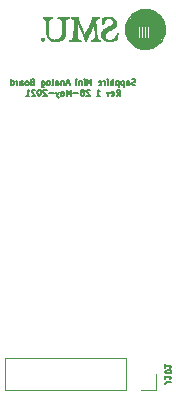
<source format=gbr>
%TF.GenerationSoftware,KiCad,Pcbnew,(5.1.6)-1*%
%TF.CreationDate,2021-05-29T12:16:40-05:00*%
%TF.ProjectId,Sapphire_AnalogMic,53617070-6869-4726-955f-416e616c6f67,rev?*%
%TF.SameCoordinates,Original*%
%TF.FileFunction,Legend,Bot*%
%TF.FilePolarity,Positive*%
%FSLAX46Y46*%
G04 Gerber Fmt 4.6, Leading zero omitted, Abs format (unit mm)*
G04 Created by KiCad (PCBNEW (5.1.6)-1) date 2021-05-29 12:16:40*
%MOMM*%
%LPD*%
G01*
G04 APERTURE LIST*
%ADD10C,0.127000*%
%ADD11C,0.010000*%
%ADD12C,0.120000*%
G04 APERTURE END LIST*
D10*
X127193523Y-107584119D02*
X127120952Y-107608309D01*
X127000000Y-107608309D01*
X126951619Y-107584119D01*
X126927428Y-107559928D01*
X126903238Y-107511547D01*
X126903238Y-107463166D01*
X126927428Y-107414785D01*
X126951619Y-107390595D01*
X127000000Y-107366404D01*
X127096761Y-107342214D01*
X127145142Y-107318023D01*
X127169333Y-107293833D01*
X127193523Y-107245452D01*
X127193523Y-107197071D01*
X127169333Y-107148690D01*
X127145142Y-107124500D01*
X127096761Y-107100309D01*
X126975809Y-107100309D01*
X126903238Y-107124500D01*
X126467809Y-107608309D02*
X126467809Y-107342214D01*
X126492000Y-107293833D01*
X126540380Y-107269642D01*
X126637142Y-107269642D01*
X126685523Y-107293833D01*
X126467809Y-107584119D02*
X126516190Y-107608309D01*
X126637142Y-107608309D01*
X126685523Y-107584119D01*
X126709714Y-107535738D01*
X126709714Y-107487357D01*
X126685523Y-107438976D01*
X126637142Y-107414785D01*
X126516190Y-107414785D01*
X126467809Y-107390595D01*
X126225904Y-107269642D02*
X126225904Y-107777642D01*
X126225904Y-107293833D02*
X126177523Y-107269642D01*
X126080761Y-107269642D01*
X126032380Y-107293833D01*
X126008190Y-107318023D01*
X125984000Y-107366404D01*
X125984000Y-107511547D01*
X126008190Y-107559928D01*
X126032380Y-107584119D01*
X126080761Y-107608309D01*
X126177523Y-107608309D01*
X126225904Y-107584119D01*
X125766285Y-107269642D02*
X125766285Y-107777642D01*
X125766285Y-107293833D02*
X125717904Y-107269642D01*
X125621142Y-107269642D01*
X125572761Y-107293833D01*
X125548571Y-107318023D01*
X125524380Y-107366404D01*
X125524380Y-107511547D01*
X125548571Y-107559928D01*
X125572761Y-107584119D01*
X125621142Y-107608309D01*
X125717904Y-107608309D01*
X125766285Y-107584119D01*
X125306666Y-107608309D02*
X125306666Y-107100309D01*
X125088952Y-107608309D02*
X125088952Y-107342214D01*
X125113142Y-107293833D01*
X125161523Y-107269642D01*
X125234095Y-107269642D01*
X125282476Y-107293833D01*
X125306666Y-107318023D01*
X124847047Y-107608309D02*
X124847047Y-107269642D01*
X124847047Y-107100309D02*
X124871238Y-107124500D01*
X124847047Y-107148690D01*
X124822857Y-107124500D01*
X124847047Y-107100309D01*
X124847047Y-107148690D01*
X124605142Y-107608309D02*
X124605142Y-107269642D01*
X124605142Y-107366404D02*
X124580952Y-107318023D01*
X124556761Y-107293833D01*
X124508380Y-107269642D01*
X124460000Y-107269642D01*
X124097142Y-107584119D02*
X124145523Y-107608309D01*
X124242285Y-107608309D01*
X124290666Y-107584119D01*
X124314857Y-107535738D01*
X124314857Y-107342214D01*
X124290666Y-107293833D01*
X124242285Y-107269642D01*
X124145523Y-107269642D01*
X124097142Y-107293833D01*
X124072952Y-107342214D01*
X124072952Y-107390595D01*
X124314857Y-107438976D01*
X123468190Y-107608309D02*
X123468190Y-107100309D01*
X123298857Y-107463166D01*
X123129523Y-107100309D01*
X123129523Y-107608309D01*
X122887619Y-107608309D02*
X122887619Y-107269642D01*
X122887619Y-107100309D02*
X122911809Y-107124500D01*
X122887619Y-107148690D01*
X122863428Y-107124500D01*
X122887619Y-107100309D01*
X122887619Y-107148690D01*
X122645714Y-107269642D02*
X122645714Y-107608309D01*
X122645714Y-107318023D02*
X122621523Y-107293833D01*
X122573142Y-107269642D01*
X122500571Y-107269642D01*
X122452190Y-107293833D01*
X122428000Y-107342214D01*
X122428000Y-107608309D01*
X122186095Y-107608309D02*
X122186095Y-107269642D01*
X122186095Y-107100309D02*
X122210285Y-107124500D01*
X122186095Y-107148690D01*
X122161904Y-107124500D01*
X122186095Y-107100309D01*
X122186095Y-107148690D01*
X121581333Y-107463166D02*
X121339428Y-107463166D01*
X121629714Y-107608309D02*
X121460380Y-107100309D01*
X121291047Y-107608309D01*
X121121714Y-107269642D02*
X121121714Y-107608309D01*
X121121714Y-107318023D02*
X121097523Y-107293833D01*
X121049142Y-107269642D01*
X120976571Y-107269642D01*
X120928190Y-107293833D01*
X120904000Y-107342214D01*
X120904000Y-107608309D01*
X120444380Y-107608309D02*
X120444380Y-107342214D01*
X120468571Y-107293833D01*
X120516952Y-107269642D01*
X120613714Y-107269642D01*
X120662095Y-107293833D01*
X120444380Y-107584119D02*
X120492761Y-107608309D01*
X120613714Y-107608309D01*
X120662095Y-107584119D01*
X120686285Y-107535738D01*
X120686285Y-107487357D01*
X120662095Y-107438976D01*
X120613714Y-107414785D01*
X120492761Y-107414785D01*
X120444380Y-107390595D01*
X120129904Y-107608309D02*
X120178285Y-107584119D01*
X120202476Y-107535738D01*
X120202476Y-107100309D01*
X119863809Y-107608309D02*
X119912190Y-107584119D01*
X119936380Y-107559928D01*
X119960571Y-107511547D01*
X119960571Y-107366404D01*
X119936380Y-107318023D01*
X119912190Y-107293833D01*
X119863809Y-107269642D01*
X119791238Y-107269642D01*
X119742857Y-107293833D01*
X119718666Y-107318023D01*
X119694476Y-107366404D01*
X119694476Y-107511547D01*
X119718666Y-107559928D01*
X119742857Y-107584119D01*
X119791238Y-107608309D01*
X119863809Y-107608309D01*
X119259047Y-107269642D02*
X119259047Y-107680880D01*
X119283238Y-107729261D01*
X119307428Y-107753452D01*
X119355809Y-107777642D01*
X119428380Y-107777642D01*
X119476761Y-107753452D01*
X119259047Y-107584119D02*
X119307428Y-107608309D01*
X119404190Y-107608309D01*
X119452571Y-107584119D01*
X119476761Y-107559928D01*
X119500952Y-107511547D01*
X119500952Y-107366404D01*
X119476761Y-107318023D01*
X119452571Y-107293833D01*
X119404190Y-107269642D01*
X119307428Y-107269642D01*
X119259047Y-107293833D01*
X118460761Y-107342214D02*
X118388190Y-107366404D01*
X118364000Y-107390595D01*
X118339809Y-107438976D01*
X118339809Y-107511547D01*
X118364000Y-107559928D01*
X118388190Y-107584119D01*
X118436571Y-107608309D01*
X118630095Y-107608309D01*
X118630095Y-107100309D01*
X118460761Y-107100309D01*
X118412380Y-107124500D01*
X118388190Y-107148690D01*
X118364000Y-107197071D01*
X118364000Y-107245452D01*
X118388190Y-107293833D01*
X118412380Y-107318023D01*
X118460761Y-107342214D01*
X118630095Y-107342214D01*
X118049523Y-107608309D02*
X118097904Y-107584119D01*
X118122095Y-107559928D01*
X118146285Y-107511547D01*
X118146285Y-107366404D01*
X118122095Y-107318023D01*
X118097904Y-107293833D01*
X118049523Y-107269642D01*
X117976952Y-107269642D01*
X117928571Y-107293833D01*
X117904380Y-107318023D01*
X117880190Y-107366404D01*
X117880190Y-107511547D01*
X117904380Y-107559928D01*
X117928571Y-107584119D01*
X117976952Y-107608309D01*
X118049523Y-107608309D01*
X117444761Y-107608309D02*
X117444761Y-107342214D01*
X117468952Y-107293833D01*
X117517333Y-107269642D01*
X117614095Y-107269642D01*
X117662476Y-107293833D01*
X117444761Y-107584119D02*
X117493142Y-107608309D01*
X117614095Y-107608309D01*
X117662476Y-107584119D01*
X117686666Y-107535738D01*
X117686666Y-107487357D01*
X117662476Y-107438976D01*
X117614095Y-107414785D01*
X117493142Y-107414785D01*
X117444761Y-107390595D01*
X117202857Y-107608309D02*
X117202857Y-107269642D01*
X117202857Y-107366404D02*
X117178666Y-107318023D01*
X117154476Y-107293833D01*
X117106095Y-107269642D01*
X117057714Y-107269642D01*
X116670666Y-107608309D02*
X116670666Y-107100309D01*
X116670666Y-107584119D02*
X116719047Y-107608309D01*
X116815809Y-107608309D01*
X116864190Y-107584119D01*
X116888380Y-107559928D01*
X116912571Y-107511547D01*
X116912571Y-107366404D01*
X116888380Y-107318023D01*
X116864190Y-107293833D01*
X116815809Y-107269642D01*
X116719047Y-107269642D01*
X116670666Y-107293833D01*
X125596952Y-108497309D02*
X125766285Y-108255404D01*
X125887238Y-108497309D02*
X125887238Y-107989309D01*
X125693714Y-107989309D01*
X125645333Y-108013500D01*
X125621142Y-108037690D01*
X125596952Y-108086071D01*
X125596952Y-108158642D01*
X125621142Y-108207023D01*
X125645333Y-108231214D01*
X125693714Y-108255404D01*
X125887238Y-108255404D01*
X125185714Y-108473119D02*
X125234095Y-108497309D01*
X125330857Y-108497309D01*
X125379238Y-108473119D01*
X125403428Y-108424738D01*
X125403428Y-108231214D01*
X125379238Y-108182833D01*
X125330857Y-108158642D01*
X125234095Y-108158642D01*
X125185714Y-108182833D01*
X125161523Y-108231214D01*
X125161523Y-108279595D01*
X125403428Y-108327976D01*
X124992190Y-108158642D02*
X124871238Y-108497309D01*
X124750285Y-108158642D01*
X123903619Y-108497309D02*
X124193904Y-108497309D01*
X124048761Y-108497309D02*
X124048761Y-107989309D01*
X124097142Y-108061880D01*
X124145523Y-108110261D01*
X124193904Y-108134452D01*
X123323047Y-108037690D02*
X123298857Y-108013500D01*
X123250476Y-107989309D01*
X123129523Y-107989309D01*
X123081142Y-108013500D01*
X123056952Y-108037690D01*
X123032761Y-108086071D01*
X123032761Y-108134452D01*
X123056952Y-108207023D01*
X123347238Y-108497309D01*
X123032761Y-108497309D01*
X122742476Y-108207023D02*
X122790857Y-108182833D01*
X122815047Y-108158642D01*
X122839238Y-108110261D01*
X122839238Y-108086071D01*
X122815047Y-108037690D01*
X122790857Y-108013500D01*
X122742476Y-107989309D01*
X122645714Y-107989309D01*
X122597333Y-108013500D01*
X122573142Y-108037690D01*
X122548952Y-108086071D01*
X122548952Y-108110261D01*
X122573142Y-108158642D01*
X122597333Y-108182833D01*
X122645714Y-108207023D01*
X122742476Y-108207023D01*
X122790857Y-108231214D01*
X122815047Y-108255404D01*
X122839238Y-108303785D01*
X122839238Y-108400547D01*
X122815047Y-108448928D01*
X122790857Y-108473119D01*
X122742476Y-108497309D01*
X122645714Y-108497309D01*
X122597333Y-108473119D01*
X122573142Y-108448928D01*
X122548952Y-108400547D01*
X122548952Y-108303785D01*
X122573142Y-108255404D01*
X122597333Y-108231214D01*
X122645714Y-108207023D01*
X122331238Y-108303785D02*
X121944190Y-108303785D01*
X121702285Y-108497309D02*
X121702285Y-107989309D01*
X121532952Y-108352166D01*
X121363619Y-107989309D01*
X121363619Y-108497309D01*
X120904000Y-108497309D02*
X120904000Y-108231214D01*
X120928190Y-108182833D01*
X120976571Y-108158642D01*
X121073333Y-108158642D01*
X121121714Y-108182833D01*
X120904000Y-108473119D02*
X120952380Y-108497309D01*
X121073333Y-108497309D01*
X121121714Y-108473119D01*
X121145904Y-108424738D01*
X121145904Y-108376357D01*
X121121714Y-108327976D01*
X121073333Y-108303785D01*
X120952380Y-108303785D01*
X120904000Y-108279595D01*
X120710476Y-108158642D02*
X120589523Y-108497309D01*
X120468571Y-108158642D02*
X120589523Y-108497309D01*
X120637904Y-108618261D01*
X120662095Y-108642452D01*
X120710476Y-108666642D01*
X120275047Y-108303785D02*
X119888000Y-108303785D01*
X119670285Y-108037690D02*
X119646095Y-108013500D01*
X119597714Y-107989309D01*
X119476761Y-107989309D01*
X119428380Y-108013500D01*
X119404190Y-108037690D01*
X119380000Y-108086071D01*
X119380000Y-108134452D01*
X119404190Y-108207023D01*
X119694476Y-108497309D01*
X119380000Y-108497309D01*
X119065523Y-107989309D02*
X119017142Y-107989309D01*
X118968761Y-108013500D01*
X118944571Y-108037690D01*
X118920380Y-108086071D01*
X118896190Y-108182833D01*
X118896190Y-108303785D01*
X118920380Y-108400547D01*
X118944571Y-108448928D01*
X118968761Y-108473119D01*
X119017142Y-108497309D01*
X119065523Y-108497309D01*
X119113904Y-108473119D01*
X119138095Y-108448928D01*
X119162285Y-108400547D01*
X119186476Y-108303785D01*
X119186476Y-108182833D01*
X119162285Y-108086071D01*
X119138095Y-108037690D01*
X119113904Y-108013500D01*
X119065523Y-107989309D01*
X118702666Y-108037690D02*
X118678476Y-108013500D01*
X118630095Y-107989309D01*
X118509142Y-107989309D01*
X118460761Y-108013500D01*
X118436571Y-108037690D01*
X118412380Y-108086071D01*
X118412380Y-108134452D01*
X118436571Y-108207023D01*
X118726857Y-108497309D01*
X118412380Y-108497309D01*
X117928571Y-108497309D02*
X118218857Y-108497309D01*
X118073714Y-108497309D02*
X118073714Y-107989309D01*
X118122095Y-108061880D01*
X118170476Y-108110261D01*
X118218857Y-108134452D01*
D11*
%TO.C,G\u002A\u002A\u002A*%
G36*
X127855852Y-101180654D02*
G01*
X127737955Y-101192070D01*
X127703876Y-101197408D01*
X127498151Y-101247510D01*
X127301957Y-101323015D01*
X127117368Y-101422108D01*
X126946458Y-101542972D01*
X126791299Y-101683793D01*
X126653967Y-101842753D01*
X126536533Y-102018037D01*
X126441074Y-102207830D01*
X126388018Y-102349637D01*
X126342603Y-102521824D01*
X126317332Y-102698326D01*
X126311250Y-102886737D01*
X126313020Y-102946600D01*
X126326228Y-103116291D01*
X126352033Y-103268951D01*
X126392779Y-103413842D01*
X126450807Y-103560228D01*
X126488113Y-103639055D01*
X126596649Y-103826984D01*
X126726431Y-103996848D01*
X126876301Y-104147746D01*
X127045105Y-104278779D01*
X127231687Y-104389048D01*
X127434891Y-104477653D01*
X127649111Y-104542616D01*
X127705066Y-104552335D01*
X127781954Y-104560373D01*
X127872523Y-104566488D01*
X127969521Y-104570440D01*
X128065696Y-104571989D01*
X128153795Y-104570894D01*
X128226567Y-104566913D01*
X128260618Y-104562920D01*
X128477272Y-104515106D01*
X128682067Y-104442590D01*
X128873378Y-104346730D01*
X129049582Y-104228882D01*
X129209059Y-104090405D01*
X129350183Y-103932653D01*
X129471334Y-103756985D01*
X129570887Y-103564757D01*
X129627106Y-103420333D01*
X129677382Y-103231725D01*
X129705263Y-103032018D01*
X129707461Y-102951690D01*
X129643545Y-102951690D01*
X129623156Y-103144049D01*
X129580263Y-103333298D01*
X129514872Y-103517209D01*
X129426991Y-103693553D01*
X129316626Y-103860100D01*
X129183783Y-104014622D01*
X129028471Y-104154889D01*
X128987777Y-104186242D01*
X128810961Y-104301320D01*
X128622198Y-104392226D01*
X128424689Y-104457714D01*
X128221637Y-104496539D01*
X128178278Y-104501217D01*
X128129254Y-104505993D01*
X128093166Y-104509890D01*
X128077336Y-104512115D01*
X128077173Y-104512189D01*
X128061354Y-104513256D01*
X128024083Y-104512355D01*
X127972037Y-104509827D01*
X127911892Y-104506010D01*
X127850324Y-104501243D01*
X127834789Y-104499879D01*
X127687206Y-104477217D01*
X127531704Y-104436567D01*
X127379140Y-104381009D01*
X127315663Y-104352597D01*
X127198331Y-104292850D01*
X127098466Y-104232444D01*
X127005996Y-104164555D01*
X126910846Y-104082360D01*
X126894832Y-104067547D01*
X126749637Y-103913504D01*
X126627431Y-103744638D01*
X126528797Y-103563280D01*
X126454315Y-103371765D01*
X126404565Y-103172424D01*
X126380129Y-102967590D01*
X126381587Y-102759595D01*
X126409521Y-102550773D01*
X126464510Y-102343456D01*
X126465066Y-102341795D01*
X126543817Y-102150472D01*
X126646902Y-101971357D01*
X126772252Y-101806695D01*
X126917796Y-101658729D01*
X127081463Y-101529705D01*
X127261183Y-101421867D01*
X127354651Y-101377365D01*
X127554745Y-101304800D01*
X127759620Y-101259153D01*
X127966766Y-101240132D01*
X128173670Y-101247445D01*
X128377821Y-101280799D01*
X128576706Y-101339902D01*
X128767814Y-101424462D01*
X128948633Y-101534186D01*
X128995701Y-101568342D01*
X129155588Y-101705337D01*
X129292916Y-101857054D01*
X129407694Y-102021263D01*
X129499926Y-102195736D01*
X129569621Y-102378245D01*
X129616784Y-102566559D01*
X129641424Y-102758450D01*
X129643545Y-102951690D01*
X129707461Y-102951690D01*
X129710871Y-102827126D01*
X129694332Y-102622963D01*
X129655767Y-102425443D01*
X129602931Y-102259800D01*
X129511774Y-102061767D01*
X129398169Y-101879510D01*
X129263931Y-101714565D01*
X129110874Y-101568470D01*
X128940811Y-101442761D01*
X128755557Y-101338974D01*
X128556925Y-101258646D01*
X128358569Y-101205684D01*
X128248575Y-101189080D01*
X128121339Y-101179288D01*
X127987039Y-101176437D01*
X127855852Y-101180654D01*
G37*
X127855852Y-101180654D02*
X127737955Y-101192070D01*
X127703876Y-101197408D01*
X127498151Y-101247510D01*
X127301957Y-101323015D01*
X127117368Y-101422108D01*
X126946458Y-101542972D01*
X126791299Y-101683793D01*
X126653967Y-101842753D01*
X126536533Y-102018037D01*
X126441074Y-102207830D01*
X126388018Y-102349637D01*
X126342603Y-102521824D01*
X126317332Y-102698326D01*
X126311250Y-102886737D01*
X126313020Y-102946600D01*
X126326228Y-103116291D01*
X126352033Y-103268951D01*
X126392779Y-103413842D01*
X126450807Y-103560228D01*
X126488113Y-103639055D01*
X126596649Y-103826984D01*
X126726431Y-103996848D01*
X126876301Y-104147746D01*
X127045105Y-104278779D01*
X127231687Y-104389048D01*
X127434891Y-104477653D01*
X127649111Y-104542616D01*
X127705066Y-104552335D01*
X127781954Y-104560373D01*
X127872523Y-104566488D01*
X127969521Y-104570440D01*
X128065696Y-104571989D01*
X128153795Y-104570894D01*
X128226567Y-104566913D01*
X128260618Y-104562920D01*
X128477272Y-104515106D01*
X128682067Y-104442590D01*
X128873378Y-104346730D01*
X129049582Y-104228882D01*
X129209059Y-104090405D01*
X129350183Y-103932653D01*
X129471334Y-103756985D01*
X129570887Y-103564757D01*
X129627106Y-103420333D01*
X129677382Y-103231725D01*
X129705263Y-103032018D01*
X129707461Y-102951690D01*
X129643545Y-102951690D01*
X129623156Y-103144049D01*
X129580263Y-103333298D01*
X129514872Y-103517209D01*
X129426991Y-103693553D01*
X129316626Y-103860100D01*
X129183783Y-104014622D01*
X129028471Y-104154889D01*
X128987777Y-104186242D01*
X128810961Y-104301320D01*
X128622198Y-104392226D01*
X128424689Y-104457714D01*
X128221637Y-104496539D01*
X128178278Y-104501217D01*
X128129254Y-104505993D01*
X128093166Y-104509890D01*
X128077336Y-104512115D01*
X128077173Y-104512189D01*
X128061354Y-104513256D01*
X128024083Y-104512355D01*
X127972037Y-104509827D01*
X127911892Y-104506010D01*
X127850324Y-104501243D01*
X127834789Y-104499879D01*
X127687206Y-104477217D01*
X127531704Y-104436567D01*
X127379140Y-104381009D01*
X127315663Y-104352597D01*
X127198331Y-104292850D01*
X127098466Y-104232444D01*
X127005996Y-104164555D01*
X126910846Y-104082360D01*
X126894832Y-104067547D01*
X126749637Y-103913504D01*
X126627431Y-103744638D01*
X126528797Y-103563280D01*
X126454315Y-103371765D01*
X126404565Y-103172424D01*
X126380129Y-102967590D01*
X126381587Y-102759595D01*
X126409521Y-102550773D01*
X126464510Y-102343456D01*
X126465066Y-102341795D01*
X126543817Y-102150472D01*
X126646902Y-101971357D01*
X126772252Y-101806695D01*
X126917796Y-101658729D01*
X127081463Y-101529705D01*
X127261183Y-101421867D01*
X127354651Y-101377365D01*
X127554745Y-101304800D01*
X127759620Y-101259153D01*
X127966766Y-101240132D01*
X128173670Y-101247445D01*
X128377821Y-101280799D01*
X128576706Y-101339902D01*
X128767814Y-101424462D01*
X128948633Y-101534186D01*
X128995701Y-101568342D01*
X129155588Y-101705337D01*
X129292916Y-101857054D01*
X129407694Y-102021263D01*
X129499926Y-102195736D01*
X129569621Y-102378245D01*
X129616784Y-102566559D01*
X129641424Y-102758450D01*
X129643545Y-102951690D01*
X129707461Y-102951690D01*
X129710871Y-102827126D01*
X129694332Y-102622963D01*
X129655767Y-102425443D01*
X129602931Y-102259800D01*
X129511774Y-102061767D01*
X129398169Y-101879510D01*
X129263931Y-101714565D01*
X129110874Y-101568470D01*
X128940811Y-101442761D01*
X128755557Y-101338974D01*
X128556925Y-101258646D01*
X128358569Y-101205684D01*
X128248575Y-101189080D01*
X128121339Y-101179288D01*
X127987039Y-101176437D01*
X127855852Y-101180654D01*
G36*
X124818603Y-101845435D02*
G01*
X124689079Y-101861210D01*
X124566146Y-101888525D01*
X124458513Y-101926184D01*
X124428405Y-101940387D01*
X124371474Y-101969431D01*
X124380770Y-102112799D01*
X124387864Y-102220585D01*
X124393770Y-102303468D01*
X124399029Y-102364714D01*
X124404182Y-102407589D01*
X124409771Y-102435360D01*
X124416334Y-102451292D01*
X124424414Y-102458653D01*
X124434551Y-102460707D01*
X124438377Y-102460778D01*
X124454231Y-102457782D01*
X124466148Y-102445208D01*
X124476695Y-102417680D01*
X124488437Y-102369820D01*
X124493920Y-102344361D01*
X124518673Y-102248635D01*
X124549764Y-102161459D01*
X124584482Y-102089407D01*
X124619566Y-102039640D01*
X124682937Y-101990934D01*
X124764101Y-101957798D01*
X124856508Y-101941527D01*
X124953604Y-101943414D01*
X125029683Y-101958698D01*
X125112726Y-101995322D01*
X125183185Y-102050700D01*
X125236929Y-102119802D01*
X125269829Y-102197599D01*
X125278366Y-102261585D01*
X125266168Y-102339371D01*
X125228377Y-102415451D01*
X125166107Y-102489991D01*
X125131469Y-102522523D01*
X125094090Y-102551901D01*
X125048871Y-102581291D01*
X124990711Y-102613860D01*
X124914511Y-102652776D01*
X124864064Y-102677545D01*
X124735164Y-102742273D01*
X124629750Y-102800205D01*
X124544658Y-102853830D01*
X124476724Y-102905641D01*
X124422784Y-102958129D01*
X124379674Y-103013784D01*
X124344230Y-103075099D01*
X124335032Y-103094084D01*
X124317751Y-103134438D01*
X124306786Y-103171714D01*
X124300746Y-103214421D01*
X124298241Y-103271065D01*
X124297847Y-103321555D01*
X124298632Y-103392451D01*
X124302030Y-103443583D01*
X124309398Y-103483383D01*
X124322090Y-103520282D01*
X124334147Y-103547366D01*
X124394581Y-103643593D01*
X124478748Y-103727520D01*
X124584185Y-103797347D01*
X124708428Y-103851276D01*
X124778855Y-103872235D01*
X124871234Y-103888991D01*
X124978861Y-103897699D01*
X125090765Y-103898243D01*
X125195975Y-103890505D01*
X125271389Y-103877464D01*
X125324558Y-103861727D01*
X125385883Y-103838964D01*
X125449485Y-103811952D01*
X125509490Y-103783467D01*
X125560021Y-103756285D01*
X125595201Y-103733184D01*
X125608943Y-103717971D01*
X125613285Y-103696373D01*
X125620765Y-103652602D01*
X125630440Y-103592408D01*
X125641372Y-103521543D01*
X125644923Y-103497944D01*
X125656142Y-103423902D01*
X125666439Y-103357731D01*
X125674845Y-103305523D01*
X125680395Y-103273368D01*
X125681336Y-103268639D01*
X125682113Y-103245967D01*
X125665869Y-103237691D01*
X125647366Y-103236889D01*
X125616725Y-103241937D01*
X125602066Y-103262857D01*
X125598206Y-103278499D01*
X125578631Y-103339880D01*
X125544285Y-103412719D01*
X125500099Y-103488264D01*
X125451000Y-103557763D01*
X125420965Y-103593210D01*
X125326541Y-103680491D01*
X125227919Y-103741192D01*
X125121600Y-103776945D01*
X125004085Y-103789382D01*
X125000488Y-103789411D01*
X124887001Y-103779642D01*
X124789418Y-103750034D01*
X124709649Y-103702165D01*
X124649606Y-103637613D01*
X124611201Y-103557957D01*
X124596345Y-103464775D01*
X124596228Y-103455611D01*
X124605094Y-103353610D01*
X124633878Y-103265267D01*
X124685520Y-103183654D01*
X124735061Y-103128602D01*
X124767777Y-103097205D01*
X124800186Y-103069969D01*
X124836829Y-103044112D01*
X124882246Y-103016855D01*
X124940976Y-102985418D01*
X125017561Y-102947019D01*
X125086313Y-102913498D01*
X125204908Y-102854203D01*
X125300107Y-102801957D01*
X125375092Y-102754311D01*
X125433045Y-102708819D01*
X125477146Y-102663034D01*
X125510578Y-102614510D01*
X125532534Y-102570331D01*
X125552493Y-102498843D01*
X125560626Y-102411851D01*
X125557293Y-102319307D01*
X125542850Y-102231164D01*
X125517664Y-102157389D01*
X125460265Y-102069118D01*
X125380010Y-101991431D01*
X125281192Y-101927196D01*
X125168100Y-101879281D01*
X125062582Y-101853292D01*
X124946007Y-101842397D01*
X124818603Y-101845435D01*
G37*
X124818603Y-101845435D02*
X124689079Y-101861210D01*
X124566146Y-101888525D01*
X124458513Y-101926184D01*
X124428405Y-101940387D01*
X124371474Y-101969431D01*
X124380770Y-102112799D01*
X124387864Y-102220585D01*
X124393770Y-102303468D01*
X124399029Y-102364714D01*
X124404182Y-102407589D01*
X124409771Y-102435360D01*
X124416334Y-102451292D01*
X124424414Y-102458653D01*
X124434551Y-102460707D01*
X124438377Y-102460778D01*
X124454231Y-102457782D01*
X124466148Y-102445208D01*
X124476695Y-102417680D01*
X124488437Y-102369820D01*
X124493920Y-102344361D01*
X124518673Y-102248635D01*
X124549764Y-102161459D01*
X124584482Y-102089407D01*
X124619566Y-102039640D01*
X124682937Y-101990934D01*
X124764101Y-101957798D01*
X124856508Y-101941527D01*
X124953604Y-101943414D01*
X125029683Y-101958698D01*
X125112726Y-101995322D01*
X125183185Y-102050700D01*
X125236929Y-102119802D01*
X125269829Y-102197599D01*
X125278366Y-102261585D01*
X125266168Y-102339371D01*
X125228377Y-102415451D01*
X125166107Y-102489991D01*
X125131469Y-102522523D01*
X125094090Y-102551901D01*
X125048871Y-102581291D01*
X124990711Y-102613860D01*
X124914511Y-102652776D01*
X124864064Y-102677545D01*
X124735164Y-102742273D01*
X124629750Y-102800205D01*
X124544658Y-102853830D01*
X124476724Y-102905641D01*
X124422784Y-102958129D01*
X124379674Y-103013784D01*
X124344230Y-103075099D01*
X124335032Y-103094084D01*
X124317751Y-103134438D01*
X124306786Y-103171714D01*
X124300746Y-103214421D01*
X124298241Y-103271065D01*
X124297847Y-103321555D01*
X124298632Y-103392451D01*
X124302030Y-103443583D01*
X124309398Y-103483383D01*
X124322090Y-103520282D01*
X124334147Y-103547366D01*
X124394581Y-103643593D01*
X124478748Y-103727520D01*
X124584185Y-103797347D01*
X124708428Y-103851276D01*
X124778855Y-103872235D01*
X124871234Y-103888991D01*
X124978861Y-103897699D01*
X125090765Y-103898243D01*
X125195975Y-103890505D01*
X125271389Y-103877464D01*
X125324558Y-103861727D01*
X125385883Y-103838964D01*
X125449485Y-103811952D01*
X125509490Y-103783467D01*
X125560021Y-103756285D01*
X125595201Y-103733184D01*
X125608943Y-103717971D01*
X125613285Y-103696373D01*
X125620765Y-103652602D01*
X125630440Y-103592408D01*
X125641372Y-103521543D01*
X125644923Y-103497944D01*
X125656142Y-103423902D01*
X125666439Y-103357731D01*
X125674845Y-103305523D01*
X125680395Y-103273368D01*
X125681336Y-103268639D01*
X125682113Y-103245967D01*
X125665869Y-103237691D01*
X125647366Y-103236889D01*
X125616725Y-103241937D01*
X125602066Y-103262857D01*
X125598206Y-103278499D01*
X125578631Y-103339880D01*
X125544285Y-103412719D01*
X125500099Y-103488264D01*
X125451000Y-103557763D01*
X125420965Y-103593210D01*
X125326541Y-103680491D01*
X125227919Y-103741192D01*
X125121600Y-103776945D01*
X125004085Y-103789382D01*
X125000488Y-103789411D01*
X124887001Y-103779642D01*
X124789418Y-103750034D01*
X124709649Y-103702165D01*
X124649606Y-103637613D01*
X124611201Y-103557957D01*
X124596345Y-103464775D01*
X124596228Y-103455611D01*
X124605094Y-103353610D01*
X124633878Y-103265267D01*
X124685520Y-103183654D01*
X124735061Y-103128602D01*
X124767777Y-103097205D01*
X124800186Y-103069969D01*
X124836829Y-103044112D01*
X124882246Y-103016855D01*
X124940976Y-102985418D01*
X125017561Y-102947019D01*
X125086313Y-102913498D01*
X125204908Y-102854203D01*
X125300107Y-102801957D01*
X125375092Y-102754311D01*
X125433045Y-102708819D01*
X125477146Y-102663034D01*
X125510578Y-102614510D01*
X125532534Y-102570331D01*
X125552493Y-102498843D01*
X125560626Y-102411851D01*
X125557293Y-102319307D01*
X125542850Y-102231164D01*
X125517664Y-102157389D01*
X125460265Y-102069118D01*
X125380010Y-101991431D01*
X125281192Y-101927196D01*
X125168100Y-101879281D01*
X125062582Y-101853292D01*
X124946007Y-101842397D01*
X124818603Y-101845435D01*
G36*
X120957302Y-101882266D02*
G01*
X120851651Y-101882503D01*
X120768724Y-101883088D01*
X120705771Y-101884175D01*
X120660043Y-101885921D01*
X120628791Y-101888480D01*
X120609266Y-101892008D01*
X120598718Y-101896660D01*
X120594397Y-101902592D01*
X120593556Y-101909958D01*
X120593556Y-101910175D01*
X120605393Y-101935388D01*
X120632361Y-101946706D01*
X120724405Y-101967944D01*
X120793307Y-101986673D01*
X120843744Y-102005158D01*
X120880389Y-102025663D01*
X120907918Y-102050453D01*
X120931005Y-102081791D01*
X120939278Y-102095364D01*
X120946427Y-102108658D01*
X120952257Y-102123768D01*
X120956902Y-102143540D01*
X120960495Y-102170817D01*
X120963172Y-102208445D01*
X120965066Y-102259267D01*
X120966311Y-102326128D01*
X120967042Y-102411873D01*
X120967392Y-102519346D01*
X120967497Y-102651391D01*
X120967500Y-102693611D01*
X120967458Y-102832906D01*
X120967229Y-102947036D01*
X120966655Y-103039056D01*
X120965581Y-103112024D01*
X120963850Y-103168997D01*
X120961306Y-103213030D01*
X120957793Y-103247181D01*
X120953153Y-103274506D01*
X120947231Y-103298061D01*
X120939870Y-103320904D01*
X120934652Y-103335667D01*
X120877896Y-103460545D01*
X120804836Y-103562524D01*
X120714543Y-103642374D01*
X120606087Y-103700860D01*
X120478540Y-103738752D01*
X120438333Y-103745923D01*
X120299235Y-103757002D01*
X120173227Y-103745634D01*
X120061819Y-103712430D01*
X119966522Y-103657998D01*
X119888844Y-103582947D01*
X119837971Y-103503736D01*
X119816909Y-103459581D01*
X119799681Y-103416059D01*
X119785913Y-103369810D01*
X119775233Y-103317473D01*
X119767265Y-103255688D01*
X119761637Y-103181094D01*
X119757975Y-103090330D01*
X119755906Y-102980035D01*
X119755056Y-102846849D01*
X119754974Y-102757111D01*
X119755352Y-102611795D01*
X119756634Y-102491650D01*
X119759235Y-102393627D01*
X119763570Y-102314678D01*
X119770052Y-102251756D01*
X119779098Y-102201812D01*
X119791120Y-102161798D01*
X119806534Y-102128668D01*
X119825753Y-102099372D01*
X119848137Y-102072064D01*
X119879098Y-102039453D01*
X119910218Y-102014635D01*
X119947274Y-101995048D01*
X119996039Y-101978126D01*
X120062290Y-101961304D01*
X120131417Y-101946268D01*
X120162668Y-101931380D01*
X120170222Y-101910175D01*
X120169330Y-101902120D01*
X120164641Y-101895781D01*
X120153135Y-101890954D01*
X120131795Y-101887434D01*
X120097602Y-101885014D01*
X120047537Y-101883488D01*
X119978581Y-101882652D01*
X119887716Y-101882298D01*
X119771922Y-101882222D01*
X119349815Y-101882222D01*
X119354324Y-101913450D01*
X119367437Y-101938799D01*
X119401488Y-101953289D01*
X119406489Y-101954368D01*
X119475357Y-101982093D01*
X119536719Y-102033734D01*
X119553434Y-102054199D01*
X119569143Y-102078966D01*
X119582417Y-102109451D01*
X119593570Y-102148372D01*
X119602919Y-102198448D01*
X119610779Y-102262396D01*
X119617466Y-102342933D01*
X119623295Y-102442778D01*
X119628582Y-102564648D01*
X119633642Y-102711261D01*
X119635061Y-102757111D01*
X119640213Y-102909173D01*
X119645855Y-103043383D01*
X119651864Y-103157616D01*
X119658115Y-103249743D01*
X119664482Y-103317637D01*
X119670055Y-103355506D01*
X119709988Y-103492328D01*
X119770472Y-103609851D01*
X119851846Y-103708452D01*
X119954447Y-103788511D01*
X120078612Y-103850405D01*
X120126486Y-103867604D01*
X120175504Y-103878282D01*
X120245752Y-103886522D01*
X120330334Y-103892187D01*
X120422350Y-103895143D01*
X120514904Y-103895255D01*
X120601099Y-103892389D01*
X120674035Y-103886409D01*
X120718709Y-103879179D01*
X120844805Y-103840248D01*
X120956749Y-103784741D01*
X121050650Y-103715168D01*
X121122617Y-103634033D01*
X121139038Y-103608345D01*
X121157342Y-103576489D01*
X121172644Y-103546979D01*
X121185249Y-103516983D01*
X121195465Y-103483674D01*
X121203600Y-103444222D01*
X121209960Y-103395798D01*
X121214852Y-103335572D01*
X121218583Y-103260715D01*
X121221461Y-103168398D01*
X121223793Y-103055792D01*
X121225885Y-102920067D01*
X121227601Y-102792389D01*
X121235740Y-102171500D01*
X121270954Y-102101181D01*
X121304158Y-102048258D01*
X121346178Y-102010210D01*
X121403388Y-101982879D01*
X121482159Y-101962107D01*
X121484998Y-101961526D01*
X121535106Y-101949765D01*
X121563429Y-101937958D01*
X121576222Y-101922855D01*
X121578787Y-101912802D01*
X121583296Y-101882222D01*
X121088426Y-101882222D01*
X120957302Y-101882266D01*
G37*
X120957302Y-101882266D02*
X120851651Y-101882503D01*
X120768724Y-101883088D01*
X120705771Y-101884175D01*
X120660043Y-101885921D01*
X120628791Y-101888480D01*
X120609266Y-101892008D01*
X120598718Y-101896660D01*
X120594397Y-101902592D01*
X120593556Y-101909958D01*
X120593556Y-101910175D01*
X120605393Y-101935388D01*
X120632361Y-101946706D01*
X120724405Y-101967944D01*
X120793307Y-101986673D01*
X120843744Y-102005158D01*
X120880389Y-102025663D01*
X120907918Y-102050453D01*
X120931005Y-102081791D01*
X120939278Y-102095364D01*
X120946427Y-102108658D01*
X120952257Y-102123768D01*
X120956902Y-102143540D01*
X120960495Y-102170817D01*
X120963172Y-102208445D01*
X120965066Y-102259267D01*
X120966311Y-102326128D01*
X120967042Y-102411873D01*
X120967392Y-102519346D01*
X120967497Y-102651391D01*
X120967500Y-102693611D01*
X120967458Y-102832906D01*
X120967229Y-102947036D01*
X120966655Y-103039056D01*
X120965581Y-103112024D01*
X120963850Y-103168997D01*
X120961306Y-103213030D01*
X120957793Y-103247181D01*
X120953153Y-103274506D01*
X120947231Y-103298061D01*
X120939870Y-103320904D01*
X120934652Y-103335667D01*
X120877896Y-103460545D01*
X120804836Y-103562524D01*
X120714543Y-103642374D01*
X120606087Y-103700860D01*
X120478540Y-103738752D01*
X120438333Y-103745923D01*
X120299235Y-103757002D01*
X120173227Y-103745634D01*
X120061819Y-103712430D01*
X119966522Y-103657998D01*
X119888844Y-103582947D01*
X119837971Y-103503736D01*
X119816909Y-103459581D01*
X119799681Y-103416059D01*
X119785913Y-103369810D01*
X119775233Y-103317473D01*
X119767265Y-103255688D01*
X119761637Y-103181094D01*
X119757975Y-103090330D01*
X119755906Y-102980035D01*
X119755056Y-102846849D01*
X119754974Y-102757111D01*
X119755352Y-102611795D01*
X119756634Y-102491650D01*
X119759235Y-102393627D01*
X119763570Y-102314678D01*
X119770052Y-102251756D01*
X119779098Y-102201812D01*
X119791120Y-102161798D01*
X119806534Y-102128668D01*
X119825753Y-102099372D01*
X119848137Y-102072064D01*
X119879098Y-102039453D01*
X119910218Y-102014635D01*
X119947274Y-101995048D01*
X119996039Y-101978126D01*
X120062290Y-101961304D01*
X120131417Y-101946268D01*
X120162668Y-101931380D01*
X120170222Y-101910175D01*
X120169330Y-101902120D01*
X120164641Y-101895781D01*
X120153135Y-101890954D01*
X120131795Y-101887434D01*
X120097602Y-101885014D01*
X120047537Y-101883488D01*
X119978581Y-101882652D01*
X119887716Y-101882298D01*
X119771922Y-101882222D01*
X119349815Y-101882222D01*
X119354324Y-101913450D01*
X119367437Y-101938799D01*
X119401488Y-101953289D01*
X119406489Y-101954368D01*
X119475357Y-101982093D01*
X119536719Y-102033734D01*
X119553434Y-102054199D01*
X119569143Y-102078966D01*
X119582417Y-102109451D01*
X119593570Y-102148372D01*
X119602919Y-102198448D01*
X119610779Y-102262396D01*
X119617466Y-102342933D01*
X119623295Y-102442778D01*
X119628582Y-102564648D01*
X119633642Y-102711261D01*
X119635061Y-102757111D01*
X119640213Y-102909173D01*
X119645855Y-103043383D01*
X119651864Y-103157616D01*
X119658115Y-103249743D01*
X119664482Y-103317637D01*
X119670055Y-103355506D01*
X119709988Y-103492328D01*
X119770472Y-103609851D01*
X119851846Y-103708452D01*
X119954447Y-103788511D01*
X120078612Y-103850405D01*
X120126486Y-103867604D01*
X120175504Y-103878282D01*
X120245752Y-103886522D01*
X120330334Y-103892187D01*
X120422350Y-103895143D01*
X120514904Y-103895255D01*
X120601099Y-103892389D01*
X120674035Y-103886409D01*
X120718709Y-103879179D01*
X120844805Y-103840248D01*
X120956749Y-103784741D01*
X121050650Y-103715168D01*
X121122617Y-103634033D01*
X121139038Y-103608345D01*
X121157342Y-103576489D01*
X121172644Y-103546979D01*
X121185249Y-103516983D01*
X121195465Y-103483674D01*
X121203600Y-103444222D01*
X121209960Y-103395798D01*
X121214852Y-103335572D01*
X121218583Y-103260715D01*
X121221461Y-103168398D01*
X121223793Y-103055792D01*
X121225885Y-102920067D01*
X121227601Y-102792389D01*
X121235740Y-102171500D01*
X121270954Y-102101181D01*
X121304158Y-102048258D01*
X121346178Y-102010210D01*
X121403388Y-101982879D01*
X121482159Y-101962107D01*
X121484998Y-101961526D01*
X121535106Y-101949765D01*
X121563429Y-101937958D01*
X121576222Y-101922855D01*
X121578787Y-101912802D01*
X121583296Y-101882222D01*
X121088426Y-101882222D01*
X120957302Y-101882266D01*
G36*
X121943495Y-101882288D02*
G01*
X121864257Y-101882689D01*
X121806569Y-101883727D01*
X121767096Y-101885704D01*
X121742501Y-101888925D01*
X121729450Y-101893692D01*
X121724606Y-101900307D01*
X121724633Y-101909074D01*
X121724991Y-101911515D01*
X121737219Y-101933304D01*
X121769651Y-101952844D01*
X121805021Y-101966278D01*
X121854680Y-101985683D01*
X121898608Y-102007290D01*
X121916479Y-102018578D01*
X121962820Y-102068908D01*
X121993975Y-102134673D01*
X122004667Y-102201200D01*
X122003548Y-102231442D01*
X122000384Y-102286062D01*
X121995461Y-102361311D01*
X121989067Y-102453443D01*
X121981489Y-102558708D01*
X121973013Y-102673360D01*
X121963928Y-102793649D01*
X121954519Y-102915829D01*
X121945075Y-103036152D01*
X121935882Y-103150868D01*
X121927228Y-103256231D01*
X121919399Y-103348493D01*
X121912683Y-103423906D01*
X121907366Y-103478721D01*
X121905481Y-103495897D01*
X121890035Y-103591832D01*
X121867058Y-103664135D01*
X121833219Y-103717084D01*
X121785187Y-103754955D01*
X121719631Y-103782025D01*
X121673056Y-103794282D01*
X121628615Y-103807134D01*
X121605697Y-103822233D01*
X121597991Y-103841141D01*
X121593482Y-103871889D01*
X122074241Y-103871889D01*
X122203369Y-103871830D01*
X122307059Y-103871552D01*
X122388096Y-103870899D01*
X122449264Y-103869717D01*
X122493348Y-103867850D01*
X122523132Y-103865145D01*
X122541401Y-103861446D01*
X122550940Y-103856599D01*
X122554532Y-103850449D01*
X122555000Y-103845176D01*
X122542597Y-103817428D01*
X122507722Y-103802937D01*
X122485852Y-103801333D01*
X122437766Y-103794342D01*
X122379812Y-103776355D01*
X122323483Y-103751857D01*
X122280274Y-103725330D01*
X122271787Y-103717846D01*
X122255119Y-103700315D01*
X122241409Y-103682363D01*
X122230566Y-103661423D01*
X122222503Y-103634931D01*
X122217129Y-103600320D01*
X122214356Y-103555025D01*
X122214095Y-103496481D01*
X122216256Y-103422121D01*
X122220751Y-103329380D01*
X122227491Y-103215692D01*
X122236386Y-103078492D01*
X122245089Y-102948670D01*
X122253935Y-102817971D01*
X122262301Y-102695187D01*
X122269977Y-102583348D01*
X122276753Y-102485486D01*
X122282416Y-102404632D01*
X122286758Y-102343817D01*
X122289568Y-102306073D01*
X122290494Y-102295141D01*
X122296340Y-102300764D01*
X122311605Y-102330095D01*
X122335194Y-102380649D01*
X122366008Y-102449944D01*
X122402954Y-102535496D01*
X122444934Y-102634822D01*
X122490852Y-102745439D01*
X122511628Y-102796085D01*
X122590391Y-102988727D01*
X122659207Y-103156898D01*
X122718795Y-103302257D01*
X122769872Y-103426466D01*
X122813155Y-103531183D01*
X122849362Y-103618067D01*
X122879210Y-103688780D01*
X122903417Y-103744979D01*
X122922700Y-103788325D01*
X122937776Y-103820477D01*
X122949363Y-103843095D01*
X122958178Y-103857839D01*
X122964939Y-103866367D01*
X122970364Y-103870341D01*
X122975169Y-103871418D01*
X122976489Y-103871427D01*
X122985618Y-103862881D01*
X123002023Y-103836760D01*
X123026224Y-103791998D01*
X123058739Y-103727529D01*
X123100088Y-103642286D01*
X123150788Y-103535205D01*
X123211360Y-103405220D01*
X123282321Y-103251263D01*
X123344398Y-103115645D01*
X123406993Y-102978795D01*
X123466227Y-102849740D01*
X123521047Y-102730744D01*
X123570399Y-102624074D01*
X123613232Y-102531992D01*
X123648492Y-102456764D01*
X123675125Y-102400654D01*
X123692079Y-102365927D01*
X123698196Y-102354823D01*
X123700642Y-102367152D01*
X123703766Y-102404659D01*
X123707415Y-102464310D01*
X123711435Y-102543073D01*
X123715675Y-102637915D01*
X123719980Y-102745805D01*
X123724197Y-102863708D01*
X123724787Y-102881300D01*
X123730133Y-103042373D01*
X123734540Y-103177678D01*
X123737997Y-103289653D01*
X123740494Y-103380738D01*
X123742021Y-103453370D01*
X123742567Y-103509988D01*
X123742121Y-103553030D01*
X123740673Y-103584937D01*
X123738212Y-103608145D01*
X123734728Y-103625095D01*
X123730211Y-103638224D01*
X123724649Y-103649970D01*
X123721443Y-103656145D01*
X123685922Y-103699633D01*
X123629477Y-103740098D01*
X123559362Y-103772957D01*
X123514556Y-103786909D01*
X123459153Y-103801340D01*
X123425668Y-103811919D01*
X123408599Y-103821460D01*
X123402439Y-103832777D01*
X123401667Y-103844617D01*
X123402695Y-103852488D01*
X123407792Y-103858678D01*
X123419978Y-103863390D01*
X123442272Y-103866826D01*
X123477693Y-103869185D01*
X123529263Y-103870670D01*
X123599999Y-103871481D01*
X123692922Y-103871820D01*
X123810889Y-103871889D01*
X123928949Y-103871828D01*
X124021809Y-103871507D01*
X124092491Y-103870720D01*
X124144019Y-103869260D01*
X124179413Y-103866922D01*
X124201697Y-103863497D01*
X124213893Y-103858781D01*
X124219022Y-103852566D01*
X124220109Y-103844647D01*
X124220111Y-103843935D01*
X124207791Y-103818223D01*
X124181306Y-103806639D01*
X124121857Y-103786095D01*
X124061578Y-103755160D01*
X124010385Y-103719624D01*
X123981164Y-103689766D01*
X123964548Y-103665129D01*
X123950433Y-103639938D01*
X123938320Y-103611300D01*
X123927712Y-103576319D01*
X123918109Y-103532100D01*
X123909012Y-103475751D01*
X123899923Y-103404375D01*
X123890343Y-103315079D01*
X123879773Y-103204967D01*
X123867714Y-103071147D01*
X123860578Y-102989944D01*
X123844488Y-102802746D01*
X123831302Y-102641958D01*
X123820928Y-102505927D01*
X123813270Y-102393000D01*
X123808235Y-102301525D01*
X123805727Y-102229848D01*
X123805654Y-102176317D01*
X123807921Y-102139279D01*
X123811070Y-102121438D01*
X123835040Y-102067424D01*
X123876681Y-102023736D01*
X123938900Y-101988498D01*
X124024602Y-101959834D01*
X124082528Y-101946249D01*
X124113774Y-101931386D01*
X124121333Y-101910175D01*
X124120262Y-101901136D01*
X124114758Y-101894288D01*
X124101383Y-101889330D01*
X124076701Y-101885955D01*
X124037275Y-101883862D01*
X123979667Y-101882744D01*
X123900441Y-101882299D01*
X123805343Y-101882222D01*
X123696632Y-101882516D01*
X123613300Y-101883740D01*
X123552505Y-101886412D01*
X123511406Y-101891045D01*
X123487163Y-101898158D01*
X123476934Y-101908265D01*
X123477879Y-101921881D01*
X123487156Y-101939524D01*
X123487423Y-101939946D01*
X123498824Y-101979666D01*
X123496879Y-102035795D01*
X123482008Y-102100106D01*
X123478757Y-102109753D01*
X123468500Y-102134753D01*
X123447495Y-102182506D01*
X123417017Y-102250230D01*
X123378336Y-102335144D01*
X123332727Y-102434467D01*
X123281461Y-102545416D01*
X123225812Y-102665210D01*
X123167053Y-102791067D01*
X123165575Y-102794224D01*
X122874081Y-103416947D01*
X122642553Y-102836557D01*
X122577419Y-102672965D01*
X122522190Y-102533400D01*
X122476123Y-102415750D01*
X122438480Y-102317903D01*
X122408519Y-102237749D01*
X122385500Y-102173176D01*
X122368682Y-102122073D01*
X122357324Y-102082328D01*
X122350687Y-102051830D01*
X122348029Y-102028467D01*
X122348610Y-102010128D01*
X122349888Y-102002167D01*
X122359280Y-101956350D01*
X122366620Y-101921028D01*
X122374759Y-101882222D01*
X122047620Y-101882222D01*
X121943495Y-101882288D01*
G37*
X121943495Y-101882288D02*
X121864257Y-101882689D01*
X121806569Y-101883727D01*
X121767096Y-101885704D01*
X121742501Y-101888925D01*
X121729450Y-101893692D01*
X121724606Y-101900307D01*
X121724633Y-101909074D01*
X121724991Y-101911515D01*
X121737219Y-101933304D01*
X121769651Y-101952844D01*
X121805021Y-101966278D01*
X121854680Y-101985683D01*
X121898608Y-102007290D01*
X121916479Y-102018578D01*
X121962820Y-102068908D01*
X121993975Y-102134673D01*
X122004667Y-102201200D01*
X122003548Y-102231442D01*
X122000384Y-102286062D01*
X121995461Y-102361311D01*
X121989067Y-102453443D01*
X121981489Y-102558708D01*
X121973013Y-102673360D01*
X121963928Y-102793649D01*
X121954519Y-102915829D01*
X121945075Y-103036152D01*
X121935882Y-103150868D01*
X121927228Y-103256231D01*
X121919399Y-103348493D01*
X121912683Y-103423906D01*
X121907366Y-103478721D01*
X121905481Y-103495897D01*
X121890035Y-103591832D01*
X121867058Y-103664135D01*
X121833219Y-103717084D01*
X121785187Y-103754955D01*
X121719631Y-103782025D01*
X121673056Y-103794282D01*
X121628615Y-103807134D01*
X121605697Y-103822233D01*
X121597991Y-103841141D01*
X121593482Y-103871889D01*
X122074241Y-103871889D01*
X122203369Y-103871830D01*
X122307059Y-103871552D01*
X122388096Y-103870899D01*
X122449264Y-103869717D01*
X122493348Y-103867850D01*
X122523132Y-103865145D01*
X122541401Y-103861446D01*
X122550940Y-103856599D01*
X122554532Y-103850449D01*
X122555000Y-103845176D01*
X122542597Y-103817428D01*
X122507722Y-103802937D01*
X122485852Y-103801333D01*
X122437766Y-103794342D01*
X122379812Y-103776355D01*
X122323483Y-103751857D01*
X122280274Y-103725330D01*
X122271787Y-103717846D01*
X122255119Y-103700315D01*
X122241409Y-103682363D01*
X122230566Y-103661423D01*
X122222503Y-103634931D01*
X122217129Y-103600320D01*
X122214356Y-103555025D01*
X122214095Y-103496481D01*
X122216256Y-103422121D01*
X122220751Y-103329380D01*
X122227491Y-103215692D01*
X122236386Y-103078492D01*
X122245089Y-102948670D01*
X122253935Y-102817971D01*
X122262301Y-102695187D01*
X122269977Y-102583348D01*
X122276753Y-102485486D01*
X122282416Y-102404632D01*
X122286758Y-102343817D01*
X122289568Y-102306073D01*
X122290494Y-102295141D01*
X122296340Y-102300764D01*
X122311605Y-102330095D01*
X122335194Y-102380649D01*
X122366008Y-102449944D01*
X122402954Y-102535496D01*
X122444934Y-102634822D01*
X122490852Y-102745439D01*
X122511628Y-102796085D01*
X122590391Y-102988727D01*
X122659207Y-103156898D01*
X122718795Y-103302257D01*
X122769872Y-103426466D01*
X122813155Y-103531183D01*
X122849362Y-103618067D01*
X122879210Y-103688780D01*
X122903417Y-103744979D01*
X122922700Y-103788325D01*
X122937776Y-103820477D01*
X122949363Y-103843095D01*
X122958178Y-103857839D01*
X122964939Y-103866367D01*
X122970364Y-103870341D01*
X122975169Y-103871418D01*
X122976489Y-103871427D01*
X122985618Y-103862881D01*
X123002023Y-103836760D01*
X123026224Y-103791998D01*
X123058739Y-103727529D01*
X123100088Y-103642286D01*
X123150788Y-103535205D01*
X123211360Y-103405220D01*
X123282321Y-103251263D01*
X123344398Y-103115645D01*
X123406993Y-102978795D01*
X123466227Y-102849740D01*
X123521047Y-102730744D01*
X123570399Y-102624074D01*
X123613232Y-102531992D01*
X123648492Y-102456764D01*
X123675125Y-102400654D01*
X123692079Y-102365927D01*
X123698196Y-102354823D01*
X123700642Y-102367152D01*
X123703766Y-102404659D01*
X123707415Y-102464310D01*
X123711435Y-102543073D01*
X123715675Y-102637915D01*
X123719980Y-102745805D01*
X123724197Y-102863708D01*
X123724787Y-102881300D01*
X123730133Y-103042373D01*
X123734540Y-103177678D01*
X123737997Y-103289653D01*
X123740494Y-103380738D01*
X123742021Y-103453370D01*
X123742567Y-103509988D01*
X123742121Y-103553030D01*
X123740673Y-103584937D01*
X123738212Y-103608145D01*
X123734728Y-103625095D01*
X123730211Y-103638224D01*
X123724649Y-103649970D01*
X123721443Y-103656145D01*
X123685922Y-103699633D01*
X123629477Y-103740098D01*
X123559362Y-103772957D01*
X123514556Y-103786909D01*
X123459153Y-103801340D01*
X123425668Y-103811919D01*
X123408599Y-103821460D01*
X123402439Y-103832777D01*
X123401667Y-103844617D01*
X123402695Y-103852488D01*
X123407792Y-103858678D01*
X123419978Y-103863390D01*
X123442272Y-103866826D01*
X123477693Y-103869185D01*
X123529263Y-103870670D01*
X123599999Y-103871481D01*
X123692922Y-103871820D01*
X123810889Y-103871889D01*
X123928949Y-103871828D01*
X124021809Y-103871507D01*
X124092491Y-103870720D01*
X124144019Y-103869260D01*
X124179413Y-103866922D01*
X124201697Y-103863497D01*
X124213893Y-103858781D01*
X124219022Y-103852566D01*
X124220109Y-103844647D01*
X124220111Y-103843935D01*
X124207791Y-103818223D01*
X124181306Y-103806639D01*
X124121857Y-103786095D01*
X124061578Y-103755160D01*
X124010385Y-103719624D01*
X123981164Y-103689766D01*
X123964548Y-103665129D01*
X123950433Y-103639938D01*
X123938320Y-103611300D01*
X123927712Y-103576319D01*
X123918109Y-103532100D01*
X123909012Y-103475751D01*
X123899923Y-103404375D01*
X123890343Y-103315079D01*
X123879773Y-103204967D01*
X123867714Y-103071147D01*
X123860578Y-102989944D01*
X123844488Y-102802746D01*
X123831302Y-102641958D01*
X123820928Y-102505927D01*
X123813270Y-102393000D01*
X123808235Y-102301525D01*
X123805727Y-102229848D01*
X123805654Y-102176317D01*
X123807921Y-102139279D01*
X123811070Y-102121438D01*
X123835040Y-102067424D01*
X123876681Y-102023736D01*
X123938900Y-101988498D01*
X124024602Y-101959834D01*
X124082528Y-101946249D01*
X124113774Y-101931386D01*
X124121333Y-101910175D01*
X124120262Y-101901136D01*
X124114758Y-101894288D01*
X124101383Y-101889330D01*
X124076701Y-101885955D01*
X124037275Y-101883862D01*
X123979667Y-101882744D01*
X123900441Y-101882299D01*
X123805343Y-101882222D01*
X123696632Y-101882516D01*
X123613300Y-101883740D01*
X123552505Y-101886412D01*
X123511406Y-101891045D01*
X123487163Y-101898158D01*
X123476934Y-101908265D01*
X123477879Y-101921881D01*
X123487156Y-101939524D01*
X123487423Y-101939946D01*
X123498824Y-101979666D01*
X123496879Y-102035795D01*
X123482008Y-102100106D01*
X123478757Y-102109753D01*
X123468500Y-102134753D01*
X123447495Y-102182506D01*
X123417017Y-102250230D01*
X123378336Y-102335144D01*
X123332727Y-102434467D01*
X123281461Y-102545416D01*
X123225812Y-102665210D01*
X123167053Y-102791067D01*
X123165575Y-102794224D01*
X122874081Y-103416947D01*
X122642553Y-102836557D01*
X122577419Y-102672965D01*
X122522190Y-102533400D01*
X122476123Y-102415750D01*
X122438480Y-102317903D01*
X122408519Y-102237749D01*
X122385500Y-102173176D01*
X122368682Y-102122073D01*
X122357324Y-102082328D01*
X122350687Y-102051830D01*
X122348029Y-102028467D01*
X122348610Y-102010128D01*
X122349888Y-102002167D01*
X122359280Y-101956350D01*
X122366620Y-101921028D01*
X122374759Y-101882222D01*
X122047620Y-101882222D01*
X121943495Y-101882288D01*
G36*
X119269051Y-103644680D02*
G01*
X119239913Y-103669181D01*
X119213638Y-103720762D01*
X119210879Y-103773237D01*
X119230555Y-103819630D01*
X119268121Y-103851244D01*
X119320734Y-103869257D01*
X119369655Y-103863471D01*
X119388974Y-103855385D01*
X119422960Y-103824888D01*
X119445024Y-103777199D01*
X119449558Y-103743859D01*
X119415191Y-103743859D01*
X119406912Y-103779836D01*
X119405705Y-103782770D01*
X119393888Y-103808684D01*
X119387877Y-103810008D01*
X119385128Y-103797805D01*
X119351308Y-103797805D01*
X119344786Y-103830344D01*
X119328672Y-103845518D01*
X119309369Y-103838897D01*
X119303297Y-103831025D01*
X119305847Y-103812486D01*
X119322893Y-103785487D01*
X119323162Y-103785164D01*
X119337652Y-103767772D01*
X119282993Y-103767772D01*
X119276456Y-103784586D01*
X119260800Y-103792301D01*
X119248235Y-103779458D01*
X119242872Y-103753701D01*
X119246531Y-103728929D01*
X119254211Y-103709096D01*
X119262142Y-103712596D01*
X119273315Y-103732742D01*
X119282993Y-103767772D01*
X119337652Y-103767772D01*
X119350839Y-103751944D01*
X119351308Y-103797805D01*
X119385128Y-103797805D01*
X119383581Y-103790944D01*
X119381019Y-103752038D01*
X119382671Y-103720388D01*
X119383242Y-103716667D01*
X119351778Y-103716667D01*
X119340349Y-103729186D01*
X119330611Y-103730778D01*
X119311833Y-103723158D01*
X119309445Y-103716667D01*
X119320874Y-103704147D01*
X119330611Y-103702555D01*
X119349390Y-103710175D01*
X119351778Y-103716667D01*
X119383242Y-103716667D01*
X119386758Y-103693763D01*
X119393163Y-103693183D01*
X119404796Y-103712215D01*
X119415191Y-103743859D01*
X119449558Y-103743859D01*
X119450556Y-103736528D01*
X119438327Y-103691812D01*
X119428584Y-103681389D01*
X119281222Y-103681389D01*
X119274167Y-103688444D01*
X119267111Y-103681389D01*
X119274167Y-103674333D01*
X119281222Y-103681389D01*
X119428584Y-103681389D01*
X119417045Y-103669046D01*
X119353736Y-103669046D01*
X119334993Y-103671489D01*
X119330611Y-103671582D01*
X119306512Y-103670057D01*
X119304390Y-103665640D01*
X119305648Y-103665077D01*
X119333661Y-103662286D01*
X119347982Y-103664554D01*
X119353736Y-103669046D01*
X119417045Y-103669046D01*
X119406611Y-103657886D01*
X119362858Y-103637134D01*
X119314520Y-103631938D01*
X119269051Y-103644680D01*
G37*
X119269051Y-103644680D02*
X119239913Y-103669181D01*
X119213638Y-103720762D01*
X119210879Y-103773237D01*
X119230555Y-103819630D01*
X119268121Y-103851244D01*
X119320734Y-103869257D01*
X119369655Y-103863471D01*
X119388974Y-103855385D01*
X119422960Y-103824888D01*
X119445024Y-103777199D01*
X119449558Y-103743859D01*
X119415191Y-103743859D01*
X119406912Y-103779836D01*
X119405705Y-103782770D01*
X119393888Y-103808684D01*
X119387877Y-103810008D01*
X119385128Y-103797805D01*
X119351308Y-103797805D01*
X119344786Y-103830344D01*
X119328672Y-103845518D01*
X119309369Y-103838897D01*
X119303297Y-103831025D01*
X119305847Y-103812486D01*
X119322893Y-103785487D01*
X119323162Y-103785164D01*
X119337652Y-103767772D01*
X119282993Y-103767772D01*
X119276456Y-103784586D01*
X119260800Y-103792301D01*
X119248235Y-103779458D01*
X119242872Y-103753701D01*
X119246531Y-103728929D01*
X119254211Y-103709096D01*
X119262142Y-103712596D01*
X119273315Y-103732742D01*
X119282993Y-103767772D01*
X119337652Y-103767772D01*
X119350839Y-103751944D01*
X119351308Y-103797805D01*
X119385128Y-103797805D01*
X119383581Y-103790944D01*
X119381019Y-103752038D01*
X119382671Y-103720388D01*
X119383242Y-103716667D01*
X119351778Y-103716667D01*
X119340349Y-103729186D01*
X119330611Y-103730778D01*
X119311833Y-103723158D01*
X119309445Y-103716667D01*
X119320874Y-103704147D01*
X119330611Y-103702555D01*
X119349390Y-103710175D01*
X119351778Y-103716667D01*
X119383242Y-103716667D01*
X119386758Y-103693763D01*
X119393163Y-103693183D01*
X119404796Y-103712215D01*
X119415191Y-103743859D01*
X119449558Y-103743859D01*
X119450556Y-103736528D01*
X119438327Y-103691812D01*
X119428584Y-103681389D01*
X119281222Y-103681389D01*
X119274167Y-103688444D01*
X119267111Y-103681389D01*
X119274167Y-103674333D01*
X119281222Y-103681389D01*
X119428584Y-103681389D01*
X119417045Y-103669046D01*
X119353736Y-103669046D01*
X119334993Y-103671489D01*
X119330611Y-103671582D01*
X119306512Y-103670057D01*
X119304390Y-103665640D01*
X119305648Y-103665077D01*
X119333661Y-103662286D01*
X119347982Y-103664554D01*
X119353736Y-103669046D01*
X119417045Y-103669046D01*
X119406611Y-103657886D01*
X119362858Y-103637134D01*
X119314520Y-103631938D01*
X119269051Y-103644680D01*
G36*
X127877419Y-101313612D02*
G01*
X127790244Y-101324154D01*
X127587237Y-101367958D01*
X127396413Y-101435685D01*
X127219098Y-101525401D01*
X127056616Y-101635174D01*
X126910291Y-101763073D01*
X126781449Y-101907163D01*
X126671412Y-102065514D01*
X126581507Y-102236192D01*
X126513057Y-102417265D01*
X126467388Y-102606801D01*
X126445822Y-102802867D01*
X126449686Y-103003530D01*
X126480303Y-103206859D01*
X126485130Y-103228312D01*
X126544351Y-103423597D01*
X126627240Y-103606398D01*
X126731692Y-103775200D01*
X126855600Y-103928489D01*
X126996859Y-104064751D01*
X127153361Y-104182472D01*
X127323002Y-104280138D01*
X127503675Y-104356235D01*
X127693273Y-104409248D01*
X127889691Y-104437663D01*
X128090823Y-104439968D01*
X128162632Y-104434254D01*
X128372291Y-104398693D01*
X128572343Y-104336688D01*
X128761821Y-104248626D01*
X128939761Y-104134896D01*
X128975556Y-104107801D01*
X129124292Y-103976163D01*
X129252514Y-103828047D01*
X129306192Y-103746352D01*
X129046111Y-103746352D01*
X129046111Y-103893629D01*
X126979607Y-103893055D01*
X126978465Y-103826028D01*
X126978906Y-103785491D01*
X126986743Y-103764673D01*
X127009054Y-103756326D01*
X127049389Y-103753383D01*
X127070534Y-103744801D01*
X127077502Y-103717451D01*
X127077611Y-103711060D01*
X127088821Y-103674808D01*
X127116920Y-103654884D01*
X127151695Y-103656629D01*
X127164442Y-103650636D01*
X127169259Y-103619023D01*
X127169333Y-103612343D01*
X127171789Y-103578295D01*
X127182955Y-103564080D01*
X127204611Y-103561444D01*
X127239889Y-103561444D01*
X127239889Y-102683468D01*
X127143435Y-102694728D01*
X127138745Y-102626260D01*
X127137926Y-102567295D01*
X127147227Y-102528701D01*
X127169600Y-102503549D01*
X127197199Y-102489148D01*
X127227328Y-102472766D01*
X127238795Y-102450329D01*
X127239450Y-102419876D01*
X127238539Y-102381907D01*
X127238156Y-102326128D01*
X127238356Y-102262947D01*
X127238522Y-102245583D01*
X127239800Y-102185904D01*
X127242798Y-102149100D01*
X127248685Y-102129829D01*
X127258628Y-102122749D01*
X127265517Y-102122111D01*
X127286879Y-102110285D01*
X127312352Y-102073704D01*
X127332544Y-102034102D01*
X127385928Y-101945331D01*
X127459507Y-101857510D01*
X127545967Y-101777878D01*
X127637990Y-101713676D01*
X127677742Y-101692475D01*
X127729636Y-101669012D01*
X127774129Y-101651424D01*
X127803350Y-101642752D01*
X127807463Y-101642333D01*
X127824491Y-101635908D01*
X127831672Y-101612171D01*
X127832556Y-101588593D01*
X127832556Y-101534853D01*
X127925161Y-101512695D01*
X127978683Y-101501160D01*
X128018200Y-101497616D01*
X128056781Y-101502085D01*
X128101549Y-101512987D01*
X128155254Y-101530950D01*
X128183114Y-101548870D01*
X128186833Y-101557135D01*
X128189311Y-101590747D01*
X128190361Y-101604191D01*
X128206011Y-101626842D01*
X128249230Y-101652085D01*
X128272223Y-101662057D01*
X128408830Y-101730535D01*
X128523675Y-101816313D01*
X128618242Y-101920685D01*
X128680138Y-102018155D01*
X128713068Y-102073011D01*
X128741260Y-102107887D01*
X128759279Y-102119171D01*
X128770550Y-102123001D01*
X128778115Y-102133547D01*
X128782679Y-102155539D01*
X128784947Y-102193706D01*
X128785625Y-102252779D01*
X128785577Y-102295530D01*
X128785056Y-102467774D01*
X128835722Y-102494932D01*
X128864636Y-102512061D01*
X128879571Y-102529665D01*
X128884915Y-102557153D01*
X128885111Y-102600795D01*
X128883833Y-102679500D01*
X128834445Y-102686555D01*
X128785056Y-102693611D01*
X128782668Y-103127528D01*
X128780280Y-103561444D01*
X128814418Y-103561444D01*
X128837649Y-103565409D01*
X128847073Y-103582807D01*
X128848556Y-103610238D01*
X128850514Y-103642705D01*
X128862124Y-103655217D01*
X128891994Y-103655597D01*
X128897945Y-103655141D01*
X128930367Y-103654328D01*
X128944163Y-103664081D01*
X128947288Y-103692201D01*
X128947333Y-103703588D01*
X128948929Y-103737788D01*
X128959017Y-103751429D01*
X128985555Y-103752171D01*
X128996722Y-103751139D01*
X129046111Y-103746352D01*
X129306192Y-103746352D01*
X129362689Y-103660369D01*
X129418589Y-103554389D01*
X129492578Y-103380918D01*
X129542411Y-103211201D01*
X129569743Y-103037576D01*
X129576229Y-102852386D01*
X129575646Y-102827667D01*
X129556257Y-102623025D01*
X129511665Y-102427468D01*
X129443686Y-102242527D01*
X129354138Y-102069731D01*
X129244838Y-101910612D01*
X129117603Y-101766698D01*
X128974251Y-101639521D01*
X128816597Y-101530610D01*
X128646460Y-101441496D01*
X128465657Y-101373709D01*
X128276004Y-101328779D01*
X128079319Y-101308237D01*
X127877419Y-101313612D01*
G37*
X127877419Y-101313612D02*
X127790244Y-101324154D01*
X127587237Y-101367958D01*
X127396413Y-101435685D01*
X127219098Y-101525401D01*
X127056616Y-101635174D01*
X126910291Y-101763073D01*
X126781449Y-101907163D01*
X126671412Y-102065514D01*
X126581507Y-102236192D01*
X126513057Y-102417265D01*
X126467388Y-102606801D01*
X126445822Y-102802867D01*
X126449686Y-103003530D01*
X126480303Y-103206859D01*
X126485130Y-103228312D01*
X126544351Y-103423597D01*
X126627240Y-103606398D01*
X126731692Y-103775200D01*
X126855600Y-103928489D01*
X126996859Y-104064751D01*
X127153361Y-104182472D01*
X127323002Y-104280138D01*
X127503675Y-104356235D01*
X127693273Y-104409248D01*
X127889691Y-104437663D01*
X128090823Y-104439968D01*
X128162632Y-104434254D01*
X128372291Y-104398693D01*
X128572343Y-104336688D01*
X128761821Y-104248626D01*
X128939761Y-104134896D01*
X128975556Y-104107801D01*
X129124292Y-103976163D01*
X129252514Y-103828047D01*
X129306192Y-103746352D01*
X129046111Y-103746352D01*
X129046111Y-103893629D01*
X126979607Y-103893055D01*
X126978465Y-103826028D01*
X126978906Y-103785491D01*
X126986743Y-103764673D01*
X127009054Y-103756326D01*
X127049389Y-103753383D01*
X127070534Y-103744801D01*
X127077502Y-103717451D01*
X127077611Y-103711060D01*
X127088821Y-103674808D01*
X127116920Y-103654884D01*
X127151695Y-103656629D01*
X127164442Y-103650636D01*
X127169259Y-103619023D01*
X127169333Y-103612343D01*
X127171789Y-103578295D01*
X127182955Y-103564080D01*
X127204611Y-103561444D01*
X127239889Y-103561444D01*
X127239889Y-102683468D01*
X127143435Y-102694728D01*
X127138745Y-102626260D01*
X127137926Y-102567295D01*
X127147227Y-102528701D01*
X127169600Y-102503549D01*
X127197199Y-102489148D01*
X127227328Y-102472766D01*
X127238795Y-102450329D01*
X127239450Y-102419876D01*
X127238539Y-102381907D01*
X127238156Y-102326128D01*
X127238356Y-102262947D01*
X127238522Y-102245583D01*
X127239800Y-102185904D01*
X127242798Y-102149100D01*
X127248685Y-102129829D01*
X127258628Y-102122749D01*
X127265517Y-102122111D01*
X127286879Y-102110285D01*
X127312352Y-102073704D01*
X127332544Y-102034102D01*
X127385928Y-101945331D01*
X127459507Y-101857510D01*
X127545967Y-101777878D01*
X127637990Y-101713676D01*
X127677742Y-101692475D01*
X127729636Y-101669012D01*
X127774129Y-101651424D01*
X127803350Y-101642752D01*
X127807463Y-101642333D01*
X127824491Y-101635908D01*
X127831672Y-101612171D01*
X127832556Y-101588593D01*
X127832556Y-101534853D01*
X127925161Y-101512695D01*
X127978683Y-101501160D01*
X128018200Y-101497616D01*
X128056781Y-101502085D01*
X128101549Y-101512987D01*
X128155254Y-101530950D01*
X128183114Y-101548870D01*
X128186833Y-101557135D01*
X128189311Y-101590747D01*
X128190361Y-101604191D01*
X128206011Y-101626842D01*
X128249230Y-101652085D01*
X128272223Y-101662057D01*
X128408830Y-101730535D01*
X128523675Y-101816313D01*
X128618242Y-101920685D01*
X128680138Y-102018155D01*
X128713068Y-102073011D01*
X128741260Y-102107887D01*
X128759279Y-102119171D01*
X128770550Y-102123001D01*
X128778115Y-102133547D01*
X128782679Y-102155539D01*
X128784947Y-102193706D01*
X128785625Y-102252779D01*
X128785577Y-102295530D01*
X128785056Y-102467774D01*
X128835722Y-102494932D01*
X128864636Y-102512061D01*
X128879571Y-102529665D01*
X128884915Y-102557153D01*
X128885111Y-102600795D01*
X128883833Y-102679500D01*
X128834445Y-102686555D01*
X128785056Y-102693611D01*
X128782668Y-103127528D01*
X128780280Y-103561444D01*
X128814418Y-103561444D01*
X128837649Y-103565409D01*
X128847073Y-103582807D01*
X128848556Y-103610238D01*
X128850514Y-103642705D01*
X128862124Y-103655217D01*
X128891994Y-103655597D01*
X128897945Y-103655141D01*
X128930367Y-103654328D01*
X128944163Y-103664081D01*
X128947288Y-103692201D01*
X128947333Y-103703588D01*
X128948929Y-103737788D01*
X128959017Y-103751429D01*
X128985555Y-103752171D01*
X128996722Y-103751139D01*
X129046111Y-103746352D01*
X129306192Y-103746352D01*
X129362689Y-103660369D01*
X129418589Y-103554389D01*
X129492578Y-103380918D01*
X129542411Y-103211201D01*
X129569743Y-103037576D01*
X129576229Y-102852386D01*
X129575646Y-102827667D01*
X129556257Y-102623025D01*
X129511665Y-102427468D01*
X129443686Y-102242527D01*
X129354138Y-102069731D01*
X129244838Y-101910612D01*
X129117603Y-101766698D01*
X128974251Y-101639521D01*
X128816597Y-101530610D01*
X128646460Y-101441496D01*
X128465657Y-101373709D01*
X128276004Y-101328779D01*
X128079319Y-101308237D01*
X127877419Y-101313612D01*
G36*
X127028222Y-103850722D02*
G01*
X127995360Y-103850722D01*
X128158308Y-103850621D01*
X128313132Y-103850331D01*
X128457496Y-103849867D01*
X128589061Y-103849247D01*
X128705491Y-103848487D01*
X128804450Y-103847604D01*
X128883598Y-103846615D01*
X128940601Y-103845536D01*
X128973120Y-103844385D01*
X128979907Y-103843667D01*
X128995463Y-103825177D01*
X128997019Y-103815444D01*
X128994359Y-103811298D01*
X128985248Y-103807695D01*
X128967804Y-103804587D01*
X128940146Y-103801927D01*
X128900392Y-103799667D01*
X128846660Y-103797761D01*
X128777068Y-103796160D01*
X128689734Y-103794818D01*
X128582778Y-103793687D01*
X128454316Y-103792720D01*
X128302467Y-103791869D01*
X128125349Y-103791087D01*
X128012472Y-103790654D01*
X127028222Y-103787030D01*
X127028222Y-103850722D01*
G37*
X127028222Y-103850722D02*
X127995360Y-103850722D01*
X128158308Y-103850621D01*
X128313132Y-103850331D01*
X128457496Y-103849867D01*
X128589061Y-103849247D01*
X128705491Y-103848487D01*
X128804450Y-103847604D01*
X128883598Y-103846615D01*
X128940601Y-103845536D01*
X128973120Y-103844385D01*
X128979907Y-103843667D01*
X128995463Y-103825177D01*
X128997019Y-103815444D01*
X128994359Y-103811298D01*
X128985248Y-103807695D01*
X128967804Y-103804587D01*
X128940146Y-103801927D01*
X128900392Y-103799667D01*
X128846660Y-103797761D01*
X128777068Y-103796160D01*
X128689734Y-103794818D01*
X128582778Y-103793687D01*
X128454316Y-103792720D01*
X128302467Y-103791869D01*
X128125349Y-103791087D01*
X128012472Y-103790654D01*
X127028222Y-103787030D01*
X127028222Y-103850722D01*
G36*
X127129547Y-103734220D02*
G01*
X127134056Y-103765884D01*
X128011746Y-103765982D01*
X128191413Y-103765959D01*
X128344918Y-103765811D01*
X128474321Y-103765482D01*
X128581684Y-103764917D01*
X128669066Y-103764061D01*
X128738528Y-103762857D01*
X128792130Y-103761251D01*
X128831933Y-103759187D01*
X128859997Y-103756609D01*
X128878383Y-103753463D01*
X128889150Y-103749692D01*
X128894360Y-103745241D01*
X128895684Y-103742190D01*
X128897169Y-103717676D01*
X128894058Y-103710428D01*
X128878934Y-103709043D01*
X128838007Y-103707736D01*
X128773699Y-103706527D01*
X128688429Y-103705440D01*
X128584617Y-103704494D01*
X128464683Y-103703711D01*
X128331049Y-103703114D01*
X128186132Y-103702723D01*
X128032355Y-103702559D01*
X128005611Y-103702555D01*
X127125037Y-103702555D01*
X127129547Y-103734220D01*
G37*
X127129547Y-103734220D02*
X127134056Y-103765884D01*
X128011746Y-103765982D01*
X128191413Y-103765959D01*
X128344918Y-103765811D01*
X128474321Y-103765482D01*
X128581684Y-103764917D01*
X128669066Y-103764061D01*
X128738528Y-103762857D01*
X128792130Y-103761251D01*
X128831933Y-103759187D01*
X128859997Y-103756609D01*
X128878383Y-103753463D01*
X128889150Y-103749692D01*
X128894360Y-103745241D01*
X128895684Y-103742190D01*
X128897169Y-103717676D01*
X128894058Y-103710428D01*
X128878934Y-103709043D01*
X128838007Y-103707736D01*
X128773699Y-103706527D01*
X128688429Y-103705440D01*
X128584617Y-103704494D01*
X128464683Y-103703711D01*
X128331049Y-103703114D01*
X128186132Y-103702723D01*
X128032355Y-103702559D01*
X128005611Y-103702555D01*
X127125037Y-103702555D01*
X127129547Y-103734220D01*
G36*
X128001889Y-103610492D02*
G01*
X127833536Y-103610634D01*
X127691218Y-103610850D01*
X127572750Y-103611220D01*
X127475944Y-103611824D01*
X127398615Y-103612741D01*
X127338574Y-103614053D01*
X127293637Y-103615839D01*
X127261616Y-103618179D01*
X127240325Y-103621153D01*
X127227578Y-103624841D01*
X127221187Y-103629324D01*
X127218967Y-103634681D01*
X127218722Y-103639169D01*
X127219299Y-103645177D01*
X127222475Y-103650274D01*
X127230423Y-103654548D01*
X127245315Y-103658085D01*
X127269323Y-103660971D01*
X127304618Y-103663295D01*
X127353372Y-103665143D01*
X127417757Y-103666602D01*
X127499944Y-103667758D01*
X127602106Y-103668698D01*
X127726414Y-103669510D01*
X127875040Y-103670280D01*
X128012472Y-103670923D01*
X128188442Y-103671614D01*
X128338033Y-103671922D01*
X128463085Y-103671814D01*
X128565439Y-103671257D01*
X128646937Y-103670220D01*
X128709418Y-103668668D01*
X128754725Y-103666569D01*
X128784696Y-103663891D01*
X128801174Y-103660601D01*
X128806006Y-103656812D01*
X128798070Y-103628785D01*
X128795423Y-103624490D01*
X128778646Y-103620836D01*
X128733886Y-103617734D01*
X128661106Y-103615183D01*
X128560269Y-103613183D01*
X128431340Y-103611732D01*
X128274282Y-103610830D01*
X128089059Y-103610477D01*
X128001889Y-103610492D01*
G37*
X128001889Y-103610492D02*
X127833536Y-103610634D01*
X127691218Y-103610850D01*
X127572750Y-103611220D01*
X127475944Y-103611824D01*
X127398615Y-103612741D01*
X127338574Y-103614053D01*
X127293637Y-103615839D01*
X127261616Y-103618179D01*
X127240325Y-103621153D01*
X127227578Y-103624841D01*
X127221187Y-103629324D01*
X127218967Y-103634681D01*
X127218722Y-103639169D01*
X127219299Y-103645177D01*
X127222475Y-103650274D01*
X127230423Y-103654548D01*
X127245315Y-103658085D01*
X127269323Y-103660971D01*
X127304618Y-103663295D01*
X127353372Y-103665143D01*
X127417757Y-103666602D01*
X127499944Y-103667758D01*
X127602106Y-103668698D01*
X127726414Y-103669510D01*
X127875040Y-103670280D01*
X128012472Y-103670923D01*
X128188442Y-103671614D01*
X128338033Y-103671922D01*
X128463085Y-103671814D01*
X128565439Y-103671257D01*
X128646937Y-103670220D01*
X128709418Y-103668668D01*
X128754725Y-103666569D01*
X128784696Y-103663891D01*
X128801174Y-103660601D01*
X128806006Y-103656812D01*
X128798070Y-103628785D01*
X128795423Y-103624490D01*
X128778646Y-103620836D01*
X128733886Y-103617734D01*
X128661106Y-103615183D01*
X128560269Y-103613183D01*
X128431340Y-103611732D01*
X128274282Y-103610830D01*
X128089059Y-103610477D01*
X128001889Y-103610492D01*
G36*
X128661635Y-102689346D02*
G01*
X128587604Y-102693611D01*
X128586753Y-103109889D01*
X128586729Y-103216069D01*
X128587075Y-103313449D01*
X128587748Y-103398349D01*
X128588708Y-103467093D01*
X128589910Y-103516004D01*
X128591314Y-103541403D01*
X128591739Y-103543805D01*
X128609462Y-103555384D01*
X128649830Y-103561069D01*
X128666621Y-103561444D01*
X128735667Y-103561444D01*
X128735667Y-102685081D01*
X128661635Y-102689346D01*
G37*
X128661635Y-102689346D02*
X128587604Y-102693611D01*
X128586753Y-103109889D01*
X128586729Y-103216069D01*
X128587075Y-103313449D01*
X128587748Y-103398349D01*
X128588708Y-103467093D01*
X128589910Y-103516004D01*
X128591314Y-103541403D01*
X128591739Y-103543805D01*
X128609462Y-103555384D01*
X128649830Y-103561069D01*
X128666621Y-103561444D01*
X128735667Y-103561444D01*
X128735667Y-102685081D01*
X128661635Y-102689346D01*
G36*
X128333500Y-103554389D02*
G01*
X128399250Y-103558637D01*
X128439249Y-103558946D01*
X128465655Y-103554883D01*
X128470692Y-103551582D01*
X128472093Y-103535127D01*
X128473310Y-103494023D01*
X128474303Y-103431843D01*
X128475032Y-103352161D01*
X128475459Y-103258548D01*
X128475544Y-103154579D01*
X128475487Y-103116944D01*
X128474590Y-102693611D01*
X128333500Y-102693611D01*
X128333500Y-103554389D01*
G37*
X128333500Y-103554389D02*
X128399250Y-103558637D01*
X128439249Y-103558946D01*
X128465655Y-103554883D01*
X128470692Y-103551582D01*
X128472093Y-103535127D01*
X128473310Y-103494023D01*
X128474303Y-103431843D01*
X128475032Y-103352161D01*
X128475459Y-103258548D01*
X128475544Y-103154579D01*
X128475487Y-103116944D01*
X128474590Y-102693611D01*
X128333500Y-102693611D01*
X128333500Y-103554389D01*
G36*
X128072445Y-103561444D02*
G01*
X128213556Y-103561444D01*
X128213556Y-102686555D01*
X128072445Y-102686555D01*
X128072445Y-103561444D01*
G37*
X128072445Y-103561444D02*
X128213556Y-103561444D01*
X128213556Y-102686555D01*
X128072445Y-102686555D01*
X128072445Y-103561444D01*
G36*
X127809090Y-103127528D02*
G01*
X127806792Y-103561444D01*
X127874609Y-103561444D01*
X127920377Y-103557846D01*
X127945515Y-103547932D01*
X127948249Y-103543805D01*
X127949698Y-103525674D01*
X127950956Y-103482998D01*
X127951982Y-103419455D01*
X127952733Y-103338722D01*
X127953168Y-103244477D01*
X127953244Y-103140398D01*
X127953196Y-103109889D01*
X127952318Y-102693611D01*
X127811389Y-102693611D01*
X127809090Y-103127528D01*
G37*
X127809090Y-103127528D02*
X127806792Y-103561444D01*
X127874609Y-103561444D01*
X127920377Y-103557846D01*
X127945515Y-103547932D01*
X127948249Y-103543805D01*
X127949698Y-103525674D01*
X127950956Y-103482998D01*
X127951982Y-103419455D01*
X127952733Y-103338722D01*
X127953168Y-103244477D01*
X127953244Y-103140398D01*
X127953196Y-103109889D01*
X127952318Y-102693611D01*
X127811389Y-102693611D01*
X127809090Y-103127528D01*
G36*
X127550333Y-103561444D02*
G01*
X127691445Y-103561444D01*
X127691445Y-102686555D01*
X127550333Y-102686555D01*
X127550333Y-103561444D01*
G37*
X127550333Y-103561444D02*
X127691445Y-103561444D01*
X127691445Y-102686555D01*
X127550333Y-102686555D01*
X127550333Y-103561444D01*
G36*
X127288628Y-103109889D02*
G01*
X127288559Y-103216069D01*
X127288867Y-103313448D01*
X127289511Y-103398349D01*
X127290450Y-103467093D01*
X127291642Y-103516004D01*
X127293047Y-103541403D01*
X127293474Y-103543805D01*
X127311214Y-103555382D01*
X127351512Y-103561071D01*
X127368186Y-103561444D01*
X127437019Y-103561444D01*
X127433704Y-103127528D01*
X127430389Y-102693611D01*
X127289661Y-102693611D01*
X127288628Y-103109889D01*
G37*
X127288628Y-103109889D02*
X127288559Y-103216069D01*
X127288867Y-103313448D01*
X127289511Y-103398349D01*
X127290450Y-103467093D01*
X127291642Y-103516004D01*
X127293047Y-103541403D01*
X127293474Y-103543805D01*
X127311214Y-103555382D01*
X127351512Y-103561071D01*
X127368186Y-103561444D01*
X127437019Y-103561444D01*
X127433704Y-103127528D01*
X127430389Y-102693611D01*
X127289661Y-102693611D01*
X127288628Y-103109889D01*
G36*
X127601791Y-102352352D02*
G01*
X127190500Y-102541551D01*
X127186121Y-102592886D01*
X127181741Y-102644222D01*
X128842812Y-102644222D01*
X128840448Y-102605417D01*
X128838957Y-102584870D01*
X128795822Y-102584870D01*
X128791996Y-102596111D01*
X128776760Y-102601889D01*
X128757275Y-102603229D01*
X128712428Y-102604354D01*
X128645079Y-102605249D01*
X128558087Y-102605899D01*
X128454313Y-102606288D01*
X128336615Y-102606402D01*
X128207854Y-102606224D01*
X128070888Y-102605741D01*
X128061044Y-102605695D01*
X127921628Y-102605037D01*
X127788589Y-102604413D01*
X127665044Y-102603836D01*
X127554109Y-102603320D01*
X127458902Y-102602882D01*
X127382540Y-102602534D01*
X127328139Y-102602291D01*
X127298817Y-102602168D01*
X127298685Y-102602167D01*
X127251350Y-102599513D01*
X127230151Y-102591725D01*
X127229029Y-102585080D01*
X127243346Y-102573074D01*
X127278368Y-102552473D01*
X127328975Y-102526073D01*
X127390051Y-102496667D01*
X127396010Y-102493911D01*
X127507061Y-102442733D01*
X127596591Y-102401451D01*
X127668718Y-102368160D01*
X127727559Y-102340957D01*
X127777229Y-102317938D01*
X127821847Y-102297198D01*
X127865529Y-102276835D01*
X127881945Y-102269170D01*
X127935153Y-102245519D01*
X127980249Y-102227663D01*
X128010036Y-102218367D01*
X128016000Y-102217661D01*
X128036293Y-102223913D01*
X128076360Y-102240096D01*
X128130587Y-102263823D01*
X128193354Y-102292710D01*
X128199445Y-102295583D01*
X128336346Y-102360000D01*
X128461120Y-102418017D01*
X128586943Y-102475734D01*
X128672167Y-102514455D01*
X128737644Y-102545493D01*
X128778284Y-102568481D01*
X128795822Y-102584870D01*
X128838957Y-102584870D01*
X128838080Y-102572799D01*
X128836264Y-102555439D01*
X128823475Y-102544845D01*
X128790934Y-102526236D01*
X128744715Y-102502979D01*
X128725083Y-102493742D01*
X128666548Y-102466548D01*
X128592862Y-102432095D01*
X128514372Y-102395231D01*
X128455223Y-102367331D01*
X128394126Y-102338601D01*
X128343002Y-102314860D01*
X128306838Y-102298401D01*
X128290619Y-102291518D01*
X128290265Y-102291444D01*
X128276479Y-102285816D01*
X128242640Y-102270585D01*
X128194198Y-102248235D01*
X128149445Y-102227299D01*
X128013082Y-102163154D01*
X127601791Y-102352352D01*
G37*
X127601791Y-102352352D02*
X127190500Y-102541551D01*
X127186121Y-102592886D01*
X127181741Y-102644222D01*
X128842812Y-102644222D01*
X128840448Y-102605417D01*
X128838957Y-102584870D01*
X128795822Y-102584870D01*
X128791996Y-102596111D01*
X128776760Y-102601889D01*
X128757275Y-102603229D01*
X128712428Y-102604354D01*
X128645079Y-102605249D01*
X128558087Y-102605899D01*
X128454313Y-102606288D01*
X128336615Y-102606402D01*
X128207854Y-102606224D01*
X128070888Y-102605741D01*
X128061044Y-102605695D01*
X127921628Y-102605037D01*
X127788589Y-102604413D01*
X127665044Y-102603836D01*
X127554109Y-102603320D01*
X127458902Y-102602882D01*
X127382540Y-102602534D01*
X127328139Y-102602291D01*
X127298817Y-102602168D01*
X127298685Y-102602167D01*
X127251350Y-102599513D01*
X127230151Y-102591725D01*
X127229029Y-102585080D01*
X127243346Y-102573074D01*
X127278368Y-102552473D01*
X127328975Y-102526073D01*
X127390051Y-102496667D01*
X127396010Y-102493911D01*
X127507061Y-102442733D01*
X127596591Y-102401451D01*
X127668718Y-102368160D01*
X127727559Y-102340957D01*
X127777229Y-102317938D01*
X127821847Y-102297198D01*
X127865529Y-102276835D01*
X127881945Y-102269170D01*
X127935153Y-102245519D01*
X127980249Y-102227663D01*
X128010036Y-102218367D01*
X128016000Y-102217661D01*
X128036293Y-102223913D01*
X128076360Y-102240096D01*
X128130587Y-102263823D01*
X128193354Y-102292710D01*
X128199445Y-102295583D01*
X128336346Y-102360000D01*
X128461120Y-102418017D01*
X128586943Y-102475734D01*
X128672167Y-102514455D01*
X128737644Y-102545493D01*
X128778284Y-102568481D01*
X128795822Y-102584870D01*
X128838957Y-102584870D01*
X128838080Y-102572799D01*
X128836264Y-102555439D01*
X128823475Y-102544845D01*
X128790934Y-102526236D01*
X128744715Y-102502979D01*
X128725083Y-102493742D01*
X128666548Y-102466548D01*
X128592862Y-102432095D01*
X128514372Y-102395231D01*
X128455223Y-102367331D01*
X128394126Y-102338601D01*
X128343002Y-102314860D01*
X128306838Y-102298401D01*
X128290619Y-102291518D01*
X128290265Y-102291444D01*
X128276479Y-102285816D01*
X128242640Y-102270585D01*
X128194198Y-102248235D01*
X128149445Y-102227299D01*
X128013082Y-102163154D01*
X127601791Y-102352352D01*
G36*
X128234722Y-102215060D02*
G01*
X128289519Y-102241699D01*
X128355013Y-102273094D01*
X128426643Y-102307109D01*
X128499844Y-102341608D01*
X128570053Y-102374457D01*
X128632709Y-102403519D01*
X128683247Y-102426659D01*
X128717105Y-102441742D01*
X128729612Y-102446667D01*
X128732165Y-102433556D01*
X128734186Y-102398227D01*
X128735415Y-102346682D01*
X128735667Y-102306885D01*
X128735667Y-102167103D01*
X128435806Y-102166813D01*
X128135945Y-102166524D01*
X128234722Y-102215060D01*
G37*
X128234722Y-102215060D02*
X128289519Y-102241699D01*
X128355013Y-102273094D01*
X128426643Y-102307109D01*
X128499844Y-102341608D01*
X128570053Y-102374457D01*
X128632709Y-102403519D01*
X128683247Y-102426659D01*
X128717105Y-102441742D01*
X128729612Y-102446667D01*
X128732165Y-102433556D01*
X128734186Y-102398227D01*
X128735415Y-102346682D01*
X128735667Y-102306885D01*
X128735667Y-102167103D01*
X128435806Y-102166813D01*
X128135945Y-102166524D01*
X128234722Y-102215060D01*
G36*
X127282222Y-102306143D02*
G01*
X127283208Y-102365072D01*
X127285865Y-102411577D01*
X127289744Y-102439743D01*
X127292806Y-102445409D01*
X127308326Y-102439311D01*
X127345276Y-102423071D01*
X127399541Y-102398550D01*
X127467008Y-102367609D01*
X127543563Y-102332108D01*
X127550333Y-102328951D01*
X127630853Y-102291338D01*
X127705770Y-102256251D01*
X127770077Y-102226042D01*
X127818764Y-102203062D01*
X127846667Y-102189743D01*
X127861844Y-102181897D01*
X127868818Y-102175977D01*
X127864680Y-102171711D01*
X127846521Y-102168827D01*
X127811432Y-102167054D01*
X127756504Y-102166118D01*
X127678828Y-102165750D01*
X127589139Y-102165678D01*
X127282222Y-102165620D01*
X127282222Y-102306143D01*
G37*
X127282222Y-102306143D02*
X127283208Y-102365072D01*
X127285865Y-102411577D01*
X127289744Y-102439743D01*
X127292806Y-102445409D01*
X127308326Y-102439311D01*
X127345276Y-102423071D01*
X127399541Y-102398550D01*
X127467008Y-102367609D01*
X127543563Y-102332108D01*
X127550333Y-102328951D01*
X127630853Y-102291338D01*
X127705770Y-102256251D01*
X127770077Y-102226042D01*
X127818764Y-102203062D01*
X127846667Y-102189743D01*
X127861844Y-102181897D01*
X127868818Y-102175977D01*
X127864680Y-102171711D01*
X127846521Y-102168827D01*
X127811432Y-102167054D01*
X127756504Y-102166118D01*
X127678828Y-102165750D01*
X127589139Y-102165678D01*
X127282222Y-102165620D01*
X127282222Y-102306143D01*
G36*
X127866736Y-101680054D02*
G01*
X127754706Y-101711926D01*
X127697415Y-101736375D01*
X127620251Y-101782869D01*
X127543428Y-101844596D01*
X127472666Y-101915543D01*
X127413684Y-101989693D01*
X127372200Y-102061031D01*
X127360845Y-102090361D01*
X127350876Y-102122111D01*
X128680877Y-102122111D01*
X128635585Y-102037133D01*
X128563704Y-101930764D01*
X128469614Y-101836206D01*
X128358197Y-101757374D01*
X128234337Y-101698179D01*
X128196020Y-101685003D01*
X128095924Y-101665714D01*
X127983319Y-101664358D01*
X127866736Y-101680054D01*
G37*
X127866736Y-101680054D02*
X127754706Y-101711926D01*
X127697415Y-101736375D01*
X127620251Y-101782869D01*
X127543428Y-101844596D01*
X127472666Y-101915543D01*
X127413684Y-101989693D01*
X127372200Y-102061031D01*
X127360845Y-102090361D01*
X127350876Y-102122111D01*
X128680877Y-102122111D01*
X128635585Y-102037133D01*
X128563704Y-101930764D01*
X128469614Y-101836206D01*
X128358197Y-101757374D01*
X128234337Y-101698179D01*
X128196020Y-101685003D01*
X128095924Y-101665714D01*
X127983319Y-101664358D01*
X127866736Y-101680054D01*
G36*
X127970412Y-101551418D02*
G01*
X127938389Y-101560123D01*
X127895152Y-101578041D01*
X127879511Y-101593303D01*
X127890925Y-101605444D01*
X127928852Y-101613997D01*
X127992751Y-101618498D01*
X128006603Y-101618834D01*
X128062842Y-101619253D01*
X128107331Y-101618393D01*
X128133313Y-101616436D01*
X128137130Y-101615287D01*
X128143808Y-101594965D01*
X128124020Y-101576051D01*
X128079523Y-101560031D01*
X128068917Y-101557546D01*
X128014171Y-101548808D01*
X127970412Y-101551418D01*
G37*
X127970412Y-101551418D02*
X127938389Y-101560123D01*
X127895152Y-101578041D01*
X127879511Y-101593303D01*
X127890925Y-101605444D01*
X127928852Y-101613997D01*
X127992751Y-101618498D01*
X128006603Y-101618834D01*
X128062842Y-101619253D01*
X128107331Y-101618393D01*
X128133313Y-101616436D01*
X128137130Y-101615287D01*
X128143808Y-101594965D01*
X128124020Y-101576051D01*
X128079523Y-101560031D01*
X128068917Y-101557546D01*
X128014171Y-101548808D01*
X127970412Y-101551418D01*
G36*
X127846126Y-102323318D02*
G01*
X127767865Y-102359662D01*
X127675550Y-102402124D01*
X127580907Y-102445331D01*
X127498453Y-102482653D01*
X127433166Y-102512680D01*
X127378860Y-102538892D01*
X127339877Y-102559096D01*
X127320558Y-102571098D01*
X127319364Y-102573178D01*
X127334138Y-102574417D01*
X127373717Y-102575563D01*
X127434829Y-102576608D01*
X127514207Y-102577546D01*
X127608581Y-102578368D01*
X127714683Y-102579067D01*
X127829243Y-102579637D01*
X127948993Y-102580070D01*
X128070662Y-102580358D01*
X128190984Y-102580494D01*
X128306687Y-102580471D01*
X128414504Y-102580282D01*
X128511166Y-102579920D01*
X128593403Y-102579376D01*
X128657946Y-102578644D01*
X128701526Y-102577717D01*
X128720875Y-102576587D01*
X128721556Y-102576309D01*
X128709712Y-102568820D01*
X128678420Y-102553081D01*
X128634038Y-102532267D01*
X128626306Y-102528749D01*
X128561438Y-102499267D01*
X128488369Y-102465911D01*
X128432278Y-102440201D01*
X128378632Y-102415651D01*
X128308923Y-102383903D01*
X128232815Y-102349352D01*
X128170682Y-102321230D01*
X128007863Y-102247660D01*
X127846126Y-102323318D01*
G37*
X127846126Y-102323318D02*
X127767865Y-102359662D01*
X127675550Y-102402124D01*
X127580907Y-102445331D01*
X127498453Y-102482653D01*
X127433166Y-102512680D01*
X127378860Y-102538892D01*
X127339877Y-102559096D01*
X127320558Y-102571098D01*
X127319364Y-102573178D01*
X127334138Y-102574417D01*
X127373717Y-102575563D01*
X127434829Y-102576608D01*
X127514207Y-102577546D01*
X127608581Y-102578368D01*
X127714683Y-102579067D01*
X127829243Y-102579637D01*
X127948993Y-102580070D01*
X128070662Y-102580358D01*
X128190984Y-102580494D01*
X128306687Y-102580471D01*
X128414504Y-102580282D01*
X128511166Y-102579920D01*
X128593403Y-102579376D01*
X128657946Y-102578644D01*
X128701526Y-102577717D01*
X128720875Y-102576587D01*
X128721556Y-102576309D01*
X128709712Y-102568820D01*
X128678420Y-102553081D01*
X128634038Y-102532267D01*
X128626306Y-102528749D01*
X128561438Y-102499267D01*
X128488369Y-102465911D01*
X128432278Y-102440201D01*
X128378632Y-102415651D01*
X128308923Y-102383903D01*
X128232815Y-102349352D01*
X128170682Y-102321230D01*
X128007863Y-102247660D01*
X127846126Y-102323318D01*
D12*
%TO.C,J101*%
X116145000Y-133410000D02*
X116145000Y-130750000D01*
X126365000Y-133410000D02*
X116145000Y-133410000D01*
X126365000Y-130750000D02*
X116145000Y-130750000D01*
X126365000Y-133410000D02*
X126365000Y-130750000D01*
X127635000Y-133410000D02*
X128965000Y-133410000D01*
X128965000Y-133410000D02*
X128965000Y-132080000D01*
D10*
X130243190Y-132733142D02*
X129880333Y-132733142D01*
X129807761Y-132757333D01*
X129759380Y-132805714D01*
X129735190Y-132878285D01*
X129735190Y-132926666D01*
X129735190Y-132225142D02*
X129735190Y-132515428D01*
X129735190Y-132370285D02*
X130243190Y-132370285D01*
X130170619Y-132418666D01*
X130122238Y-132467047D01*
X130098047Y-132515428D01*
X130243190Y-131910666D02*
X130243190Y-131862285D01*
X130219000Y-131813904D01*
X130194809Y-131789714D01*
X130146428Y-131765523D01*
X130049666Y-131741333D01*
X129928714Y-131741333D01*
X129831952Y-131765523D01*
X129783571Y-131789714D01*
X129759380Y-131813904D01*
X129735190Y-131862285D01*
X129735190Y-131910666D01*
X129759380Y-131959047D01*
X129783571Y-131983238D01*
X129831952Y-132007428D01*
X129928714Y-132031619D01*
X130049666Y-132031619D01*
X130146428Y-132007428D01*
X130194809Y-131983238D01*
X130219000Y-131959047D01*
X130243190Y-131910666D01*
X129735190Y-131257523D02*
X129735190Y-131547809D01*
X129735190Y-131402666D02*
X130243190Y-131402666D01*
X130170619Y-131451047D01*
X130122238Y-131499428D01*
X130098047Y-131547809D01*
%TD*%
M02*

</source>
